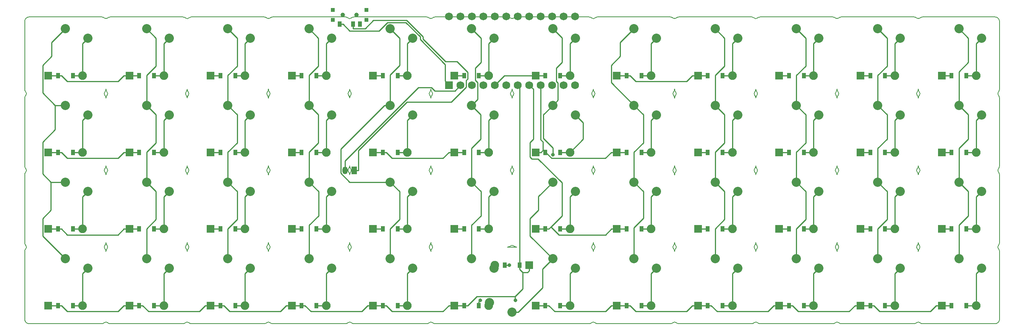
<source format=gbr>
G04 #@! TF.GenerationSoftware,KiCad,Pcbnew,5.1.5+dfsg1-2build2*
G04 #@! TF.CreationDate,2023-07-29T21:16:48+00:00*
G04 #@! TF.ProjectId,planck_routed,706c616e-636b-45f7-926f-757465642e6b,v1.0.0*
G04 #@! TF.SameCoordinates,Original*
G04 #@! TF.FileFunction,Copper,L2,Bot*
G04 #@! TF.FilePolarity,Positive*
%FSLAX46Y46*%
G04 Gerber Fmt 4.6, Leading zero omitted, Abs format (unit mm)*
G04 Created by KiCad (PCBNEW 5.1.5+dfsg1-2build2) date 2023-07-29 21:16:48*
%MOMM*%
%LPD*%
G04 APERTURE LIST*
G04 #@! TA.AperFunction,Profile*
%ADD10C,0.150000*%
G04 #@! TD*
G04 #@! TA.AperFunction,ComponentPad*
%ADD11C,2.032000*%
G04 #@! TD*
G04 #@! TA.AperFunction,SMDPad,CuDef*
%ADD12R,0.900000X1.200000*%
G04 #@! TD*
G04 #@! TA.AperFunction,ComponentPad*
%ADD13R,1.778000X1.778000*%
G04 #@! TD*
G04 #@! TA.AperFunction,ComponentPad*
%ADD14C,1.905000*%
G04 #@! TD*
G04 #@! TA.AperFunction,ComponentPad*
%ADD15R,1.752600X1.752600*%
G04 #@! TD*
G04 #@! TA.AperFunction,ComponentPad*
%ADD16C,1.752600*%
G04 #@! TD*
G04 #@! TA.AperFunction,WasherPad*
%ADD17C,1.000000*%
G04 #@! TD*
G04 #@! TA.AperFunction,SMDPad,CuDef*
%ADD18R,0.900000X1.250000*%
G04 #@! TD*
G04 #@! TA.AperFunction,SMDPad,CuDef*
%ADD19R,0.900000X0.900000*%
G04 #@! TD*
G04 #@! TA.AperFunction,ComponentPad*
%ADD20R,1.200000X1.700000*%
G04 #@! TD*
G04 #@! TA.AperFunction,ComponentPad*
%ADD21O,1.200000X1.700000*%
G04 #@! TD*
G04 #@! TA.AperFunction,ViaPad*
%ADD22C,0.800000*%
G04 #@! TD*
G04 #@! TA.AperFunction,Conductor*
%ADD23C,0.250000*%
G04 #@! TD*
G04 APERTURE END LIST*
D10*
X-8000000Y8500000D02*
X8000000Y8500000D01*
X8666667Y8754644D02*
G75*
G02X8000000Y8500000I-666667J745356D01*
G01*
X8745356Y25166667D02*
G75*
G02X9000000Y24500000I-745356J-666667D01*
G01*
X-9000000Y24500000D02*
G75*
G02X-8745356Y25166667I1000000J0D01*
G01*
X-9000000Y24500000D02*
X-9000000Y9500000D01*
X-8000000Y8500000D02*
G75*
G02X-9000000Y9500000I0J1000000D01*
G01*
X9000000Y26500000D02*
G75*
G02X8745356Y25833333I-1000000J0D01*
G01*
X8745356Y42166667D02*
G75*
G02X9000000Y41500000I-745356J-666667D01*
G01*
X-9000000Y41500000D02*
G75*
G02X-8745356Y42166667I1000000J0D01*
G01*
X-9000000Y41500000D02*
X-9000000Y26500000D01*
X-8745356Y25833333D02*
G75*
G02X-9000000Y26500000I745356J666667D01*
G01*
X9000000Y43500000D02*
G75*
G02X8745356Y42833333I-1000000J0D01*
G01*
X8745356Y59166667D02*
G75*
G02X9000000Y58500000I-745356J-666667D01*
G01*
X-9000000Y58500000D02*
G75*
G02X-8745356Y59166667I1000000J0D01*
G01*
X-9000000Y58500000D02*
X-9000000Y43500000D01*
X-8745356Y42833333D02*
G75*
G02X-9000000Y43500000I745356J666667D01*
G01*
X9000000Y60500000D02*
G75*
G02X8745356Y59833333I-1000000J0D01*
G01*
X8000000Y76500000D02*
G75*
G02X8666667Y76245356I0J-1000000D01*
G01*
X8000000Y76500000D02*
X-8000000Y76500000D01*
X-9000000Y75500000D02*
G75*
G02X-8000000Y76500000I1000000J0D01*
G01*
X-9000000Y75500000D02*
X-9000000Y60500000D01*
X-8745356Y59833333D02*
G75*
G02X-9000000Y60500000I745356J666667D01*
G01*
X10000000Y8500000D02*
X26000000Y8500000D01*
X26666667Y8754644D02*
G75*
G02X26000000Y8500000I-666667J745356D01*
G01*
X26745356Y25166667D02*
G75*
G02X27000000Y24500000I-745356J-666667D01*
G01*
X9000000Y24500000D02*
G75*
G02X9254644Y25166667I1000000J0D01*
G01*
X10000000Y8500000D02*
G75*
G02X9333333Y8754644I0J1000000D01*
G01*
X27000000Y26500000D02*
G75*
G02X26745356Y25833333I-1000000J0D01*
G01*
X26745356Y42166667D02*
G75*
G02X27000000Y41500000I-745356J-666667D01*
G01*
X9000000Y41500000D02*
G75*
G02X9254644Y42166667I1000000J0D01*
G01*
X9254644Y25833333D02*
G75*
G02X9000000Y26500000I745356J666667D01*
G01*
X27000000Y43500000D02*
G75*
G02X26745356Y42833333I-1000000J0D01*
G01*
X26745356Y59166667D02*
G75*
G02X27000000Y58500000I-745356J-666667D01*
G01*
X9000000Y58500000D02*
G75*
G02X9254644Y59166667I1000000J0D01*
G01*
X9254644Y42833333D02*
G75*
G02X9000000Y43500000I745356J666667D01*
G01*
X27000000Y60500000D02*
G75*
G02X26745356Y59833333I-1000000J0D01*
G01*
X26000000Y76500000D02*
G75*
G02X26666667Y76245356I0J-1000000D01*
G01*
X26000000Y76500000D02*
X10000000Y76500000D01*
X9333333Y76245356D02*
G75*
G02X10000000Y76500000I666667J-745356D01*
G01*
X9254644Y59833333D02*
G75*
G02X9000000Y60500000I745356J666667D01*
G01*
X28000000Y8500000D02*
X44000000Y8500000D01*
X44666667Y8754644D02*
G75*
G02X44000000Y8500000I-666667J745356D01*
G01*
X44745356Y25166667D02*
G75*
G02X45000000Y24500000I-745356J-666667D01*
G01*
X27000000Y24500000D02*
G75*
G02X27254644Y25166667I1000000J0D01*
G01*
X28000000Y8500000D02*
G75*
G02X27333333Y8754644I0J1000000D01*
G01*
X45000000Y26500000D02*
G75*
G02X44745356Y25833333I-1000000J0D01*
G01*
X44745356Y42166667D02*
G75*
G02X45000000Y41500000I-745356J-666667D01*
G01*
X27000000Y41500000D02*
G75*
G02X27254644Y42166667I1000000J0D01*
G01*
X27254644Y25833333D02*
G75*
G02X27000000Y26500000I745356J666667D01*
G01*
X45000000Y43500000D02*
G75*
G02X44745356Y42833333I-1000000J0D01*
G01*
X44745356Y59166667D02*
G75*
G02X45000000Y58500000I-745356J-666667D01*
G01*
X27000000Y58500000D02*
G75*
G02X27254644Y59166667I1000000J0D01*
G01*
X27254644Y42833333D02*
G75*
G02X27000000Y43500000I745356J666667D01*
G01*
X45000000Y60500000D02*
G75*
G02X44745356Y59833333I-1000000J0D01*
G01*
X44000000Y76500000D02*
G75*
G02X44666667Y76245356I0J-1000000D01*
G01*
X44000000Y76500000D02*
X28000000Y76500000D01*
X27333333Y76245356D02*
G75*
G02X28000000Y76500000I666667J-745356D01*
G01*
X27254644Y59833333D02*
G75*
G02X27000000Y60500000I745356J666667D01*
G01*
X46000000Y8500000D02*
X62000000Y8500000D01*
X62666667Y8754644D02*
G75*
G02X62000000Y8500000I-666667J745356D01*
G01*
X62745356Y25166667D02*
G75*
G02X63000000Y24500000I-745356J-666667D01*
G01*
X45000000Y24500000D02*
G75*
G02X45254644Y25166667I1000000J0D01*
G01*
X46000000Y8500000D02*
G75*
G02X45333333Y8754644I0J1000000D01*
G01*
X63000000Y26500000D02*
G75*
G02X62745356Y25833333I-1000000J0D01*
G01*
X62745356Y42166667D02*
G75*
G02X63000000Y41500000I-745356J-666667D01*
G01*
X45000000Y41500000D02*
G75*
G02X45254644Y42166667I1000000J0D01*
G01*
X45254644Y25833333D02*
G75*
G02X45000000Y26500000I745356J666667D01*
G01*
X63000000Y43500000D02*
G75*
G02X62745356Y42833333I-1000000J0D01*
G01*
X62745356Y59166667D02*
G75*
G02X63000000Y58500000I-745356J-666667D01*
G01*
X45000000Y58500000D02*
G75*
G02X45254644Y59166667I1000000J0D01*
G01*
X45254644Y42833333D02*
G75*
G02X45000000Y43500000I745356J666667D01*
G01*
X63000000Y60500000D02*
G75*
G02X62745356Y59833333I-1000000J0D01*
G01*
X62000000Y76500000D02*
G75*
G02X62666667Y76245356I0J-1000000D01*
G01*
X62000000Y76500000D02*
X46000000Y76500000D01*
X45333333Y76245356D02*
G75*
G02X46000000Y76500000I666667J-745356D01*
G01*
X45254644Y59833333D02*
G75*
G02X45000000Y60500000I745356J666667D01*
G01*
X64000000Y8500000D02*
X80000000Y8500000D01*
X80666667Y8754644D02*
G75*
G02X80000000Y8500000I-666667J745356D01*
G01*
X80745356Y25166667D02*
G75*
G02X81000000Y24500000I-745356J-666667D01*
G01*
X63000000Y24500000D02*
G75*
G02X63254644Y25166667I1000000J0D01*
G01*
X64000000Y8500000D02*
G75*
G02X63333333Y8754644I0J1000000D01*
G01*
X81000000Y26500000D02*
G75*
G02X80745356Y25833333I-1000000J0D01*
G01*
X80745356Y42166667D02*
G75*
G02X81000000Y41500000I-745356J-666667D01*
G01*
X63000000Y41500000D02*
G75*
G02X63254644Y42166667I1000000J0D01*
G01*
X63254644Y25833333D02*
G75*
G02X63000000Y26500000I745356J666667D01*
G01*
X81000000Y43500000D02*
G75*
G02X80745356Y42833333I-1000000J0D01*
G01*
X80745356Y59166667D02*
G75*
G02X81000000Y58500000I-745356J-666667D01*
G01*
X63000000Y58500000D02*
G75*
G02X63254644Y59166667I1000000J0D01*
G01*
X63254644Y42833333D02*
G75*
G02X63000000Y43500000I745356J666667D01*
G01*
X81000000Y60500000D02*
G75*
G02X80745356Y59833333I-1000000J0D01*
G01*
X80000000Y76500000D02*
G75*
G02X80666667Y76245356I0J-1000000D01*
G01*
X80000000Y76500000D02*
X64000000Y76500000D01*
X63333333Y76245356D02*
G75*
G02X64000000Y76500000I666667J-745356D01*
G01*
X63254644Y59833333D02*
G75*
G02X63000000Y60500000I745356J666667D01*
G01*
X82000000Y8500000D02*
X116000000Y8500000D01*
X81000000Y24500000D02*
G75*
G02X81254644Y25166667I1000000J0D01*
G01*
X82000000Y8500000D02*
G75*
G02X81333333Y8754644I0J1000000D01*
G01*
X98666667Y25754644D02*
G75*
G02X98000000Y25500000I-666667J745356D01*
G01*
X98745356Y42166667D02*
G75*
G02X99000000Y41500000I-745356J-666667D01*
G01*
X81000000Y41500000D02*
G75*
G02X81254644Y42166667I1000000J0D01*
G01*
X81254644Y25833333D02*
G75*
G02X81000000Y26500000I745356J666667D01*
G01*
X99000000Y43500000D02*
G75*
G02X98745356Y42833333I-1000000J0D01*
G01*
X98745356Y59166667D02*
G75*
G02X99000000Y58500000I-745356J-666667D01*
G01*
X81000000Y58500000D02*
G75*
G02X81254644Y59166667I1000000J0D01*
G01*
X81254644Y42833333D02*
G75*
G02X81000000Y43500000I745356J666667D01*
G01*
X99000000Y60500000D02*
G75*
G02X98745356Y59833333I-1000000J0D01*
G01*
X98000000Y76500000D02*
G75*
G02X98666667Y76245356I0J-1000000D01*
G01*
X98000000Y76500000D02*
X82000000Y76500000D01*
X81333333Y76245356D02*
G75*
G02X82000000Y76500000I666667J-745356D01*
G01*
X81254644Y59833333D02*
G75*
G02X81000000Y60500000I745356J666667D01*
G01*
X100000000Y25500000D02*
X98000000Y25500000D01*
X116666667Y8754644D02*
G75*
G02X116000000Y8500000I-666667J745356D01*
G01*
X116745356Y25166667D02*
G75*
G02X117000000Y24500000I-745356J-666667D01*
G01*
X117000000Y26500000D02*
G75*
G02X116745356Y25833333I-1000000J0D01*
G01*
X116745356Y42166667D02*
G75*
G02X117000000Y41500000I-745356J-666667D01*
G01*
X99000000Y41500000D02*
G75*
G02X99254644Y42166667I1000000J0D01*
G01*
X100000000Y25500000D02*
G75*
G02X99333333Y25754644I0J1000000D01*
G01*
X117000000Y43500000D02*
G75*
G02X116745356Y42833333I-1000000J0D01*
G01*
X116745356Y59166667D02*
G75*
G02X117000000Y58500000I-745356J-666667D01*
G01*
X99000000Y58500000D02*
G75*
G02X99254644Y59166667I1000000J0D01*
G01*
X99254644Y42833333D02*
G75*
G02X99000000Y43500000I745356J666667D01*
G01*
X117000000Y60500000D02*
G75*
G02X116745356Y59833333I-1000000J0D01*
G01*
X116000000Y76500000D02*
G75*
G02X116666667Y76245356I0J-1000000D01*
G01*
X116000000Y76500000D02*
X100000000Y76500000D01*
X99333333Y76245356D02*
G75*
G02X100000000Y76500000I666667J-745356D01*
G01*
X99254644Y59833333D02*
G75*
G02X99000000Y60500000I745356J666667D01*
G01*
X118000000Y8500000D02*
X134000000Y8500000D01*
X134666667Y8754644D02*
G75*
G02X134000000Y8500000I-666667J745356D01*
G01*
X134745356Y25166667D02*
G75*
G02X135000000Y24500000I-745356J-666667D01*
G01*
X117000000Y24500000D02*
G75*
G02X117254644Y25166667I1000000J0D01*
G01*
X118000000Y8500000D02*
G75*
G02X117333333Y8754644I0J1000000D01*
G01*
X135000000Y26500000D02*
G75*
G02X134745356Y25833333I-1000000J0D01*
G01*
X134745356Y42166667D02*
G75*
G02X135000000Y41500000I-745356J-666667D01*
G01*
X117000000Y41500000D02*
G75*
G02X117254644Y42166667I1000000J0D01*
G01*
X117254644Y25833333D02*
G75*
G02X117000000Y26500000I745356J666667D01*
G01*
X135000000Y43500000D02*
G75*
G02X134745356Y42833333I-1000000J0D01*
G01*
X134745356Y59166667D02*
G75*
G02X135000000Y58500000I-745356J-666667D01*
G01*
X117000000Y58500000D02*
G75*
G02X117254644Y59166667I1000000J0D01*
G01*
X117254644Y42833333D02*
G75*
G02X117000000Y43500000I745356J666667D01*
G01*
X135000000Y60500000D02*
G75*
G02X134745356Y59833333I-1000000J0D01*
G01*
X134000000Y76500000D02*
G75*
G02X134666667Y76245356I0J-1000000D01*
G01*
X134000000Y76500000D02*
X118000000Y76500000D01*
X117333333Y76245356D02*
G75*
G02X118000000Y76500000I666667J-745356D01*
G01*
X117254644Y59833333D02*
G75*
G02X117000000Y60500000I745356J666667D01*
G01*
X136000000Y8500000D02*
X152000000Y8500000D01*
X152666667Y8754644D02*
G75*
G02X152000000Y8500000I-666667J745356D01*
G01*
X152745356Y25166667D02*
G75*
G02X153000000Y24500000I-745356J-666667D01*
G01*
X135000000Y24500000D02*
G75*
G02X135254644Y25166667I1000000J0D01*
G01*
X136000000Y8500000D02*
G75*
G02X135333333Y8754644I0J1000000D01*
G01*
X153000000Y26500000D02*
G75*
G02X152745356Y25833333I-1000000J0D01*
G01*
X152745356Y42166667D02*
G75*
G02X153000000Y41500000I-745356J-666667D01*
G01*
X135000000Y41500000D02*
G75*
G02X135254644Y42166667I1000000J0D01*
G01*
X135254644Y25833333D02*
G75*
G02X135000000Y26500000I745356J666667D01*
G01*
X153000000Y43500000D02*
G75*
G02X152745356Y42833333I-1000000J0D01*
G01*
X152745356Y59166667D02*
G75*
G02X153000000Y58500000I-745356J-666667D01*
G01*
X135000000Y58500000D02*
G75*
G02X135254644Y59166667I1000000J0D01*
G01*
X135254644Y42833333D02*
G75*
G02X135000000Y43500000I745356J666667D01*
G01*
X153000000Y60500000D02*
G75*
G02X152745356Y59833333I-1000000J0D01*
G01*
X152000000Y76500000D02*
G75*
G02X152666667Y76245356I0J-1000000D01*
G01*
X152000000Y76500000D02*
X136000000Y76500000D01*
X135333333Y76245356D02*
G75*
G02X136000000Y76500000I666667J-745356D01*
G01*
X135254644Y59833333D02*
G75*
G02X135000000Y60500000I745356J666667D01*
G01*
X154000000Y8500000D02*
X170000000Y8500000D01*
X170666667Y8754644D02*
G75*
G02X170000000Y8500000I-666667J745356D01*
G01*
X170745356Y25166667D02*
G75*
G02X171000000Y24500000I-745356J-666667D01*
G01*
X153000000Y24500000D02*
G75*
G02X153254644Y25166667I1000000J0D01*
G01*
X154000000Y8500000D02*
G75*
G02X153333333Y8754644I0J1000000D01*
G01*
X171000000Y26500000D02*
G75*
G02X170745356Y25833333I-1000000J0D01*
G01*
X170745356Y42166667D02*
G75*
G02X171000000Y41500000I-745356J-666667D01*
G01*
X153000000Y41500000D02*
G75*
G02X153254644Y42166667I1000000J0D01*
G01*
X153254644Y25833333D02*
G75*
G02X153000000Y26500000I745356J666667D01*
G01*
X171000000Y43500000D02*
G75*
G02X170745356Y42833333I-1000000J0D01*
G01*
X170745356Y59166667D02*
G75*
G02X171000000Y58500000I-745356J-666667D01*
G01*
X153000000Y58500000D02*
G75*
G02X153254644Y59166667I1000000J0D01*
G01*
X153254644Y42833333D02*
G75*
G02X153000000Y43500000I745356J666667D01*
G01*
X171000000Y60500000D02*
G75*
G02X170745356Y59833333I-1000000J0D01*
G01*
X170000000Y76500000D02*
G75*
G02X170666667Y76245356I0J-1000000D01*
G01*
X170000000Y76500000D02*
X154000000Y76500000D01*
X153333333Y76245356D02*
G75*
G02X154000000Y76500000I666667J-745356D01*
G01*
X153254644Y59833333D02*
G75*
G02X153000000Y60500000I745356J666667D01*
G01*
X172000000Y8500000D02*
X188000000Y8500000D01*
X188666667Y8754644D02*
G75*
G02X188000000Y8500000I-666667J745356D01*
G01*
X188745356Y25166667D02*
G75*
G02X189000000Y24500000I-745356J-666667D01*
G01*
X171000000Y24500000D02*
G75*
G02X171254644Y25166667I1000000J0D01*
G01*
X172000000Y8500000D02*
G75*
G02X171333333Y8754644I0J1000000D01*
G01*
X189000000Y26500000D02*
G75*
G02X188745356Y25833333I-1000000J0D01*
G01*
X188745356Y42166667D02*
G75*
G02X189000000Y41500000I-745356J-666667D01*
G01*
X171000000Y41500000D02*
G75*
G02X171254644Y42166667I1000000J0D01*
G01*
X171254644Y25833333D02*
G75*
G02X171000000Y26500000I745356J666667D01*
G01*
X189000000Y43500000D02*
G75*
G02X188745356Y42833333I-1000000J0D01*
G01*
X188745356Y59166667D02*
G75*
G02X189000000Y58500000I-745356J-666667D01*
G01*
X171000000Y58500000D02*
G75*
G02X171254644Y59166667I1000000J0D01*
G01*
X171254644Y42833333D02*
G75*
G02X171000000Y43500000I745356J666667D01*
G01*
X189000000Y60500000D02*
G75*
G02X188745356Y59833333I-1000000J0D01*
G01*
X188000000Y76500000D02*
G75*
G02X188666667Y76245356I0J-1000000D01*
G01*
X188000000Y76500000D02*
X172000000Y76500000D01*
X171333333Y76245356D02*
G75*
G02X172000000Y76500000I666667J-745356D01*
G01*
X171254644Y59833333D02*
G75*
G02X171000000Y60500000I745356J666667D01*
G01*
X190000000Y8500000D02*
X206000000Y8500000D01*
X207000000Y9500000D02*
G75*
G02X206000000Y8500000I-1000000J0D01*
G01*
X207000000Y9500000D02*
X207000000Y24500000D01*
X206745356Y25166667D02*
G75*
G02X207000000Y24500000I-745356J-666667D01*
G01*
X189000000Y24500000D02*
G75*
G02X189254644Y25166667I1000000J0D01*
G01*
X190000000Y8500000D02*
G75*
G02X189333333Y8754644I0J1000000D01*
G01*
X207000000Y26500000D02*
G75*
G02X206745356Y25833333I-1000000J0D01*
G01*
X207000000Y26500000D02*
X207000000Y41500000D01*
X206745356Y42166667D02*
G75*
G02X207000000Y41500000I-745356J-666667D01*
G01*
X189000000Y41500000D02*
G75*
G02X189254644Y42166667I1000000J0D01*
G01*
X189254644Y25833333D02*
G75*
G02X189000000Y26500000I745356J666667D01*
G01*
X207000000Y43500000D02*
G75*
G02X206745356Y42833333I-1000000J0D01*
G01*
X207000000Y43500000D02*
X207000000Y58500000D01*
X206745356Y59166667D02*
G75*
G02X207000000Y58500000I-745356J-666667D01*
G01*
X189000000Y58500000D02*
G75*
G02X189254644Y59166667I1000000J0D01*
G01*
X189254644Y42833333D02*
G75*
G02X189000000Y43500000I745356J666667D01*
G01*
X207000000Y60500000D02*
G75*
G02X206745356Y59833333I-1000000J0D01*
G01*
X207000000Y60500000D02*
X207000000Y75500000D01*
X206000000Y76500000D02*
G75*
G02X207000000Y75500000I0J-1000000D01*
G01*
X206000000Y76500000D02*
X190000000Y76500000D01*
X189333333Y76245356D02*
G75*
G02X190000000Y76500000I666667J-745356D01*
G01*
X189254644Y59833333D02*
G75*
G02X189000000Y60500000I745356J666667D01*
G01*
X8666666Y8754644D02*
G75*
G02X9333333Y8754644I333334J-372678D01*
G01*
X26666666Y8754644D02*
G75*
G02X27333333Y8754644I333334J-372678D01*
G01*
X44666666Y8754644D02*
G75*
G02X45333333Y8754644I333334J-372678D01*
G01*
X62666666Y8754644D02*
G75*
G02X63333333Y8754644I333334J-372678D01*
G01*
X80666666Y8754644D02*
G75*
G02X81333333Y8754644I333334J-372678D01*
G01*
X116666666Y8754644D02*
G75*
G02X117333333Y8754644I333334J-372678D01*
G01*
X134666666Y8754644D02*
G75*
G02X135333333Y8754644I333334J-372678D01*
G01*
X152666666Y8754644D02*
G75*
G02X153333333Y8754644I333334J-372678D01*
G01*
X170666666Y8754644D02*
G75*
G02X171333333Y8754644I333334J-372678D01*
G01*
X188666666Y8754644D02*
G75*
G02X189333333Y8754644I333334J-372678D01*
G01*
X206745356Y25166666D02*
G75*
G02X206745356Y25833333I372678J333334D01*
G01*
X206745356Y42166666D02*
G75*
G02X206745356Y42833333I372678J333334D01*
G01*
X206745356Y59166666D02*
G75*
G02X206745356Y59833333I372678J333334D01*
G01*
X189333334Y76245356D02*
G75*
G02X188666667Y76245356I-333334J372678D01*
G01*
X171333334Y76245356D02*
G75*
G02X170666667Y76245356I-333334J372678D01*
G01*
X153333334Y76245356D02*
G75*
G02X152666667Y76245356I-333334J372678D01*
G01*
X135333334Y76245356D02*
G75*
G02X134666667Y76245356I-333334J372678D01*
G01*
X117333334Y76245356D02*
G75*
G02X116666667Y76245356I-333334J372678D01*
G01*
X99333334Y76245356D02*
G75*
G02X98666667Y76245356I-333334J372678D01*
G01*
X81333334Y76245356D02*
G75*
G02X80666667Y76245356I-333334J372678D01*
G01*
X63333334Y76245356D02*
G75*
G02X62666667Y76245356I-333334J372678D01*
G01*
X45333334Y76245356D02*
G75*
G02X44666667Y76245356I-333334J372678D01*
G01*
X27333334Y76245356D02*
G75*
G02X26666667Y76245356I-333334J372678D01*
G01*
X9333334Y76245356D02*
G75*
G02X8666667Y76245356I-333334J372678D01*
G01*
X-8745356Y59833334D02*
G75*
G02X-8745356Y59166667I-372678J-333334D01*
G01*
X-8745356Y42833334D02*
G75*
G02X-8745356Y42166667I-372678J-333334D01*
G01*
X-8745356Y25833334D02*
G75*
G02X-8745356Y25166667I-372678J-333334D01*
G01*
X8745356Y25166666D02*
G75*
G02X8745356Y25833333I372678J333334D01*
G01*
X9254644Y25833334D02*
G75*
G02X9254644Y25166667I-372678J-333334D01*
G01*
X8745356Y42166666D02*
G75*
G02X8745356Y42833333I372678J333334D01*
G01*
X9254644Y42833334D02*
G75*
G02X9254644Y42166667I-372678J-333334D01*
G01*
X8745356Y59166666D02*
G75*
G02X8745356Y59833333I372678J333334D01*
G01*
X9254644Y59833334D02*
G75*
G02X9254644Y59166667I-372678J-333334D01*
G01*
X26745356Y25166666D02*
G75*
G02X26745356Y25833333I372678J333334D01*
G01*
X27254644Y25833334D02*
G75*
G02X27254644Y25166667I-372678J-333334D01*
G01*
X26745356Y42166666D02*
G75*
G02X26745356Y42833333I372678J333334D01*
G01*
X27254644Y42833334D02*
G75*
G02X27254644Y42166667I-372678J-333334D01*
G01*
X26745356Y59166666D02*
G75*
G02X26745356Y59833333I372678J333334D01*
G01*
X27254644Y59833334D02*
G75*
G02X27254644Y59166667I-372678J-333334D01*
G01*
X44745356Y25166666D02*
G75*
G02X44745356Y25833333I372678J333334D01*
G01*
X45254644Y25833334D02*
G75*
G02X45254644Y25166667I-372678J-333334D01*
G01*
X44745356Y42166666D02*
G75*
G02X44745356Y42833333I372678J333334D01*
G01*
X45254644Y42833334D02*
G75*
G02X45254644Y42166667I-372678J-333334D01*
G01*
X44745356Y59166666D02*
G75*
G02X44745356Y59833333I372678J333334D01*
G01*
X45254644Y59833334D02*
G75*
G02X45254644Y59166667I-372678J-333334D01*
G01*
X62745356Y25166666D02*
G75*
G02X62745356Y25833333I372678J333334D01*
G01*
X63254644Y25833334D02*
G75*
G02X63254644Y25166667I-372678J-333334D01*
G01*
X62745356Y42166666D02*
G75*
G02X62745356Y42833333I372678J333334D01*
G01*
X63254644Y42833334D02*
G75*
G02X63254644Y42166667I-372678J-333334D01*
G01*
X62745356Y59166666D02*
G75*
G02X62745356Y59833333I372678J333334D01*
G01*
X63254644Y59833334D02*
G75*
G02X63254644Y59166667I-372678J-333334D01*
G01*
X80745356Y25166666D02*
G75*
G02X80745356Y25833333I372678J333334D01*
G01*
X81254644Y25833334D02*
G75*
G02X81254644Y25166667I-372678J-333334D01*
G01*
X80745356Y42166666D02*
G75*
G02X80745356Y42833333I372678J333334D01*
G01*
X81254644Y42833334D02*
G75*
G02X81254644Y42166667I-372678J-333334D01*
G01*
X80745356Y59166666D02*
G75*
G02X80745356Y59833333I372678J333334D01*
G01*
X81254644Y59833334D02*
G75*
G02X81254644Y59166667I-372678J-333334D01*
G01*
X98745356Y42166666D02*
G75*
G02X98745356Y42833333I372678J333334D01*
G01*
X99254644Y42833334D02*
G75*
G02X99254644Y42166667I-372678J-333334D01*
G01*
X98745356Y59166666D02*
G75*
G02X98745356Y59833333I372678J333334D01*
G01*
X99254644Y59833334D02*
G75*
G02X99254644Y59166667I-372678J-333334D01*
G01*
X116745356Y25166666D02*
G75*
G02X116745356Y25833333I372678J333334D01*
G01*
X117254644Y25833334D02*
G75*
G02X117254644Y25166667I-372678J-333334D01*
G01*
X116745356Y42166666D02*
G75*
G02X116745356Y42833333I372678J333334D01*
G01*
X117254644Y42833334D02*
G75*
G02X117254644Y42166667I-372678J-333334D01*
G01*
X116745356Y59166666D02*
G75*
G02X116745356Y59833333I372678J333334D01*
G01*
X117254644Y59833334D02*
G75*
G02X117254644Y59166667I-372678J-333334D01*
G01*
X134745356Y25166666D02*
G75*
G02X134745356Y25833333I372678J333334D01*
G01*
X135254644Y25833334D02*
G75*
G02X135254644Y25166667I-372678J-333334D01*
G01*
X134745356Y42166666D02*
G75*
G02X134745356Y42833333I372678J333334D01*
G01*
X135254644Y42833334D02*
G75*
G02X135254644Y42166667I-372678J-333334D01*
G01*
X134745356Y59166666D02*
G75*
G02X134745356Y59833333I372678J333334D01*
G01*
X135254644Y59833334D02*
G75*
G02X135254644Y59166667I-372678J-333334D01*
G01*
X152745356Y25166666D02*
G75*
G02X152745356Y25833333I372678J333334D01*
G01*
X153254644Y25833334D02*
G75*
G02X153254644Y25166667I-372678J-333334D01*
G01*
X152745356Y42166666D02*
G75*
G02X152745356Y42833333I372678J333334D01*
G01*
X153254644Y42833334D02*
G75*
G02X153254644Y42166667I-372678J-333334D01*
G01*
X152745356Y59166666D02*
G75*
G02X152745356Y59833333I372678J333334D01*
G01*
X153254644Y59833334D02*
G75*
G02X153254644Y59166667I-372678J-333334D01*
G01*
X170745356Y25166666D02*
G75*
G02X170745356Y25833333I372678J333334D01*
G01*
X171254644Y25833334D02*
G75*
G02X171254644Y25166667I-372678J-333334D01*
G01*
X170745356Y42166666D02*
G75*
G02X170745356Y42833333I372678J333334D01*
G01*
X171254644Y42833334D02*
G75*
G02X171254644Y42166667I-372678J-333334D01*
G01*
X170745356Y59166666D02*
G75*
G02X170745356Y59833333I372678J333334D01*
G01*
X171254644Y59833334D02*
G75*
G02X171254644Y59166667I-372678J-333334D01*
G01*
X188745356Y25166666D02*
G75*
G02X188745356Y25833333I372678J333334D01*
G01*
X189254644Y25833334D02*
G75*
G02X189254644Y25166667I-372678J-333334D01*
G01*
X188745356Y42166666D02*
G75*
G02X188745356Y42833333I372678J333334D01*
G01*
X189254644Y42833334D02*
G75*
G02X189254644Y42166667I-372678J-333334D01*
G01*
X188745356Y59166666D02*
G75*
G02X188745356Y59833333I372678J333334D01*
G01*
X189254644Y59833334D02*
G75*
G02X189254644Y59166667I-372678J-333334D01*
G01*
X98666666Y25754644D02*
G75*
G02X99333333Y25754644I333334J-372678D01*
G01*
D11*
G04 #@! TO.P,S1,1*
G04 #@! TO.N,one_modrow*
X5000000Y20800000D03*
G04 #@! TO.P,S1,2*
G04 #@! TO.N,P1*
X0Y22900000D03*
G04 #@! TD*
G04 #@! TO.P,S2,1*
G04 #@! TO.N,one_bottom*
X5000000Y37800000D03*
G04 #@! TO.P,S2,2*
G04 #@! TO.N,P1*
X0Y39900000D03*
G04 #@! TD*
G04 #@! TO.P,S3,1*
G04 #@! TO.N,one_home*
X5000000Y54800000D03*
G04 #@! TO.P,S3,2*
G04 #@! TO.N,P1*
X0Y56900000D03*
G04 #@! TD*
G04 #@! TO.P,S4,1*
G04 #@! TO.N,one_top*
X5000000Y71800000D03*
G04 #@! TO.P,S4,2*
G04 #@! TO.N,P1*
X0Y73900000D03*
G04 #@! TD*
G04 #@! TO.P,S5,1*
G04 #@! TO.N,two_modrow*
X23000000Y20800000D03*
G04 #@! TO.P,S5,2*
G04 #@! TO.N,P0*
X18000000Y22900000D03*
G04 #@! TD*
G04 #@! TO.P,S6,1*
G04 #@! TO.N,two_bottom*
X23000000Y37800000D03*
G04 #@! TO.P,S6,2*
G04 #@! TO.N,P0*
X18000000Y39900000D03*
G04 #@! TD*
G04 #@! TO.P,S7,1*
G04 #@! TO.N,two_home*
X23000000Y54800000D03*
G04 #@! TO.P,S7,2*
G04 #@! TO.N,P0*
X18000000Y56900000D03*
G04 #@! TD*
G04 #@! TO.P,S8,1*
G04 #@! TO.N,two_top*
X23000000Y71800000D03*
G04 #@! TO.P,S8,2*
G04 #@! TO.N,P0*
X18000000Y73900000D03*
G04 #@! TD*
G04 #@! TO.P,S9,1*
G04 #@! TO.N,three_modrow*
X41000000Y20800000D03*
G04 #@! TO.P,S9,2*
G04 #@! TO.N,P14*
X36000000Y22900000D03*
G04 #@! TD*
G04 #@! TO.P,S10,1*
G04 #@! TO.N,three_bottom*
X41000000Y37800000D03*
G04 #@! TO.P,S10,2*
G04 #@! TO.N,P14*
X36000000Y39900000D03*
G04 #@! TD*
G04 #@! TO.P,S11,1*
G04 #@! TO.N,three_home*
X41000000Y54800000D03*
G04 #@! TO.P,S11,2*
G04 #@! TO.N,P14*
X36000000Y56900000D03*
G04 #@! TD*
G04 #@! TO.P,S12,1*
G04 #@! TO.N,three_top*
X41000000Y71800000D03*
G04 #@! TO.P,S12,2*
G04 #@! TO.N,P14*
X36000000Y73900000D03*
G04 #@! TD*
G04 #@! TO.P,S13,1*
G04 #@! TO.N,four_modrow*
X59000000Y20800000D03*
G04 #@! TO.P,S13,2*
G04 #@! TO.N,P20*
X54000000Y22900000D03*
G04 #@! TD*
G04 #@! TO.P,S14,1*
G04 #@! TO.N,four_bottom*
X59000000Y37800000D03*
G04 #@! TO.P,S14,2*
G04 #@! TO.N,P20*
X54000000Y39900000D03*
G04 #@! TD*
G04 #@! TO.P,S15,1*
G04 #@! TO.N,four_home*
X59000000Y54800000D03*
G04 #@! TO.P,S15,2*
G04 #@! TO.N,P20*
X54000000Y56900000D03*
G04 #@! TD*
G04 #@! TO.P,S16,1*
G04 #@! TO.N,four_top*
X59000000Y71800000D03*
G04 #@! TO.P,S16,2*
G04 #@! TO.N,P20*
X54000000Y73900000D03*
G04 #@! TD*
G04 #@! TO.P,S17,1*
G04 #@! TO.N,five_modrow*
X77000000Y20800000D03*
G04 #@! TO.P,S17,2*
G04 #@! TO.N,P2*
X72000000Y22900000D03*
G04 #@! TD*
G04 #@! TO.P,S18,1*
G04 #@! TO.N,five_bottom*
X77000000Y37800000D03*
G04 #@! TO.P,S18,2*
G04 #@! TO.N,P2*
X72000000Y39900000D03*
G04 #@! TD*
G04 #@! TO.P,S19,1*
G04 #@! TO.N,five_home*
X77000000Y54800000D03*
G04 #@! TO.P,S19,2*
G04 #@! TO.N,P2*
X72000000Y56900000D03*
G04 #@! TD*
G04 #@! TO.P,S20,1*
G04 #@! TO.N,five_top*
X77000000Y71800000D03*
G04 #@! TO.P,S20,2*
G04 #@! TO.N,P2*
X72000000Y73900000D03*
G04 #@! TD*
G04 #@! TO.P,S21,1*
G04 #@! TO.N,six_modrow*
X95000000Y20800000D03*
G04 #@! TO.P,S21,2*
G04 #@! TO.N,P3*
X90000000Y22900000D03*
G04 #@! TD*
G04 #@! TO.P,S22,1*
G04 #@! TO.N,six_bottom*
X95000000Y37800000D03*
G04 #@! TO.P,S22,2*
G04 #@! TO.N,P3*
X90000000Y39900000D03*
G04 #@! TD*
G04 #@! TO.P,S23,1*
G04 #@! TO.N,six_home*
X95000000Y54800000D03*
G04 #@! TO.P,S23,2*
G04 #@! TO.N,P3*
X90000000Y56900000D03*
G04 #@! TD*
G04 #@! TO.P,S24,1*
G04 #@! TO.N,six_top*
X95000000Y71800000D03*
G04 #@! TO.P,S24,2*
G04 #@! TO.N,P3*
X90000000Y73900000D03*
G04 #@! TD*
G04 #@! TO.P,S25,1*
G04 #@! TO.N,seven_2uspacebar*
X94000000Y13200000D03*
G04 #@! TO.P,S25,2*
G04 #@! TO.N,P4*
X99000000Y11100000D03*
G04 #@! TD*
G04 #@! TO.P,S26,1*
G04 #@! TO.N,seven_modrow*
X113000000Y20800000D03*
G04 #@! TO.P,S26,2*
G04 #@! TO.N,P4*
X108000000Y22900000D03*
G04 #@! TD*
G04 #@! TO.P,S27,1*
G04 #@! TO.N,seven_bottom*
X113000000Y37800000D03*
G04 #@! TO.P,S27,2*
G04 #@! TO.N,P4*
X108000000Y39900000D03*
G04 #@! TD*
G04 #@! TO.P,S28,1*
G04 #@! TO.N,seven_home*
X113000000Y54800000D03*
G04 #@! TO.P,S28,2*
G04 #@! TO.N,P4*
X108000000Y56900000D03*
G04 #@! TD*
G04 #@! TO.P,S29,1*
G04 #@! TO.N,seven_top*
X113000000Y71800000D03*
G04 #@! TO.P,S29,2*
G04 #@! TO.N,P4*
X108000000Y73900000D03*
G04 #@! TD*
G04 #@! TO.P,S30,1*
G04 #@! TO.N,eight_modrow*
X131000000Y20800000D03*
G04 #@! TO.P,S30,2*
G04 #@! TO.N,P5*
X126000000Y22900000D03*
G04 #@! TD*
G04 #@! TO.P,S31,1*
G04 #@! TO.N,eight_bottom*
X131000000Y37800000D03*
G04 #@! TO.P,S31,2*
G04 #@! TO.N,P5*
X126000000Y39900000D03*
G04 #@! TD*
G04 #@! TO.P,S32,1*
G04 #@! TO.N,eight_home*
X131000000Y54800000D03*
G04 #@! TO.P,S32,2*
G04 #@! TO.N,P5*
X126000000Y56900000D03*
G04 #@! TD*
G04 #@! TO.P,S33,1*
G04 #@! TO.N,eight_top*
X131000000Y71800000D03*
G04 #@! TO.P,S33,2*
G04 #@! TO.N,P5*
X126000000Y73900000D03*
G04 #@! TD*
G04 #@! TO.P,S34,1*
G04 #@! TO.N,nine_modrow*
X149000000Y20800000D03*
G04 #@! TO.P,S34,2*
G04 #@! TO.N,P6*
X144000000Y22900000D03*
G04 #@! TD*
G04 #@! TO.P,S35,1*
G04 #@! TO.N,nine_bottom*
X149000000Y37800000D03*
G04 #@! TO.P,S35,2*
G04 #@! TO.N,P6*
X144000000Y39900000D03*
G04 #@! TD*
G04 #@! TO.P,S36,1*
G04 #@! TO.N,nine_home*
X149000000Y54800000D03*
G04 #@! TO.P,S36,2*
G04 #@! TO.N,P6*
X144000000Y56900000D03*
G04 #@! TD*
G04 #@! TO.P,S37,1*
G04 #@! TO.N,nine_top*
X149000000Y71800000D03*
G04 #@! TO.P,S37,2*
G04 #@! TO.N,P6*
X144000000Y73900000D03*
G04 #@! TD*
G04 #@! TO.P,S38,1*
G04 #@! TO.N,ten_modrow*
X167000000Y20800000D03*
G04 #@! TO.P,S38,2*
G04 #@! TO.N,P7*
X162000000Y22900000D03*
G04 #@! TD*
G04 #@! TO.P,S39,1*
G04 #@! TO.N,ten_bottom*
X167000000Y37800000D03*
G04 #@! TO.P,S39,2*
G04 #@! TO.N,P7*
X162000000Y39900000D03*
G04 #@! TD*
G04 #@! TO.P,S40,1*
G04 #@! TO.N,ten_home*
X167000000Y54800000D03*
G04 #@! TO.P,S40,2*
G04 #@! TO.N,P7*
X162000000Y56900000D03*
G04 #@! TD*
G04 #@! TO.P,S41,1*
G04 #@! TO.N,ten_top*
X167000000Y71800000D03*
G04 #@! TO.P,S41,2*
G04 #@! TO.N,P7*
X162000000Y73900000D03*
G04 #@! TD*
G04 #@! TO.P,S42,1*
G04 #@! TO.N,eleven_modrow*
X185000000Y20800000D03*
G04 #@! TO.P,S42,2*
G04 #@! TO.N,P8*
X180000000Y22900000D03*
G04 #@! TD*
G04 #@! TO.P,S43,1*
G04 #@! TO.N,eleven_bottom*
X185000000Y37800000D03*
G04 #@! TO.P,S43,2*
G04 #@! TO.N,P8*
X180000000Y39900000D03*
G04 #@! TD*
G04 #@! TO.P,S44,1*
G04 #@! TO.N,eleven_home*
X185000000Y54800000D03*
G04 #@! TO.P,S44,2*
G04 #@! TO.N,P8*
X180000000Y56900000D03*
G04 #@! TD*
G04 #@! TO.P,S45,1*
G04 #@! TO.N,eleven_top*
X185000000Y71800000D03*
G04 #@! TO.P,S45,2*
G04 #@! TO.N,P8*
X180000000Y73900000D03*
G04 #@! TD*
G04 #@! TO.P,S46,1*
G04 #@! TO.N,twelve_modrow*
X203000000Y20800000D03*
G04 #@! TO.P,S46,2*
G04 #@! TO.N,P9*
X198000000Y22900000D03*
G04 #@! TD*
G04 #@! TO.P,S47,1*
G04 #@! TO.N,twelve_bottom*
X203000000Y37800000D03*
G04 #@! TO.P,S47,2*
G04 #@! TO.N,P9*
X198000000Y39900000D03*
G04 #@! TD*
G04 #@! TO.P,S48,1*
G04 #@! TO.N,twelve_home*
X203000000Y54800000D03*
G04 #@! TO.P,S48,2*
G04 #@! TO.N,P9*
X198000000Y56900000D03*
G04 #@! TD*
G04 #@! TO.P,S49,1*
G04 #@! TO.N,twelve_top*
X203000000Y71800000D03*
G04 #@! TO.P,S49,2*
G04 #@! TO.N,P9*
X198000000Y73900000D03*
G04 #@! TD*
D12*
G04 #@! TO.P,D1,2*
G04 #@! TO.N,one_modrow*
X1650000Y12500000D03*
G04 #@! TO.P,D1,1*
G04 #@! TO.N,P19*
X-1650000Y12500000D03*
D13*
X-3810000Y12500000D03*
D14*
G04 #@! TO.P,D1,2*
G04 #@! TO.N,one_modrow*
X3810000Y12500000D03*
G04 #@! TD*
D12*
G04 #@! TO.P,D2,2*
G04 #@! TO.N,one_bottom*
X1650000Y29500000D03*
G04 #@! TO.P,D2,1*
G04 #@! TO.N,P18*
X-1650000Y29500000D03*
D13*
X-3810000Y29500000D03*
D14*
G04 #@! TO.P,D2,2*
G04 #@! TO.N,one_bottom*
X3810000Y29500000D03*
G04 #@! TD*
D12*
G04 #@! TO.P,D3,2*
G04 #@! TO.N,one_home*
X1650000Y46500000D03*
G04 #@! TO.P,D3,1*
G04 #@! TO.N,P15*
X-1650000Y46500000D03*
D13*
X-3810000Y46500000D03*
D14*
G04 #@! TO.P,D3,2*
G04 #@! TO.N,one_home*
X3810000Y46500000D03*
G04 #@! TD*
D12*
G04 #@! TO.P,D4,2*
G04 #@! TO.N,one_top*
X1650000Y63500000D03*
G04 #@! TO.P,D4,1*
G04 #@! TO.N,P21*
X-1650000Y63500000D03*
D13*
X-3810000Y63500000D03*
D14*
G04 #@! TO.P,D4,2*
G04 #@! TO.N,one_top*
X3810000Y63500000D03*
G04 #@! TD*
D12*
G04 #@! TO.P,D5,2*
G04 #@! TO.N,two_modrow*
X19650000Y12500000D03*
G04 #@! TO.P,D5,1*
G04 #@! TO.N,P19*
X16350000Y12500000D03*
D13*
X14190000Y12500000D03*
D14*
G04 #@! TO.P,D5,2*
G04 #@! TO.N,two_modrow*
X21810000Y12500000D03*
G04 #@! TD*
D12*
G04 #@! TO.P,D6,2*
G04 #@! TO.N,two_bottom*
X19650000Y29500000D03*
G04 #@! TO.P,D6,1*
G04 #@! TO.N,P18*
X16350000Y29500000D03*
D13*
X14190000Y29500000D03*
D14*
G04 #@! TO.P,D6,2*
G04 #@! TO.N,two_bottom*
X21810000Y29500000D03*
G04 #@! TD*
D12*
G04 #@! TO.P,D7,2*
G04 #@! TO.N,two_home*
X19650000Y46500000D03*
G04 #@! TO.P,D7,1*
G04 #@! TO.N,P15*
X16350000Y46500000D03*
D13*
X14190000Y46500000D03*
D14*
G04 #@! TO.P,D7,2*
G04 #@! TO.N,two_home*
X21810000Y46500000D03*
G04 #@! TD*
D12*
G04 #@! TO.P,D8,2*
G04 #@! TO.N,two_top*
X19650000Y63500000D03*
G04 #@! TO.P,D8,1*
G04 #@! TO.N,P21*
X16350000Y63500000D03*
D13*
X14190000Y63500000D03*
D14*
G04 #@! TO.P,D8,2*
G04 #@! TO.N,two_top*
X21810000Y63500000D03*
G04 #@! TD*
D12*
G04 #@! TO.P,D9,2*
G04 #@! TO.N,three_modrow*
X37650000Y12500000D03*
G04 #@! TO.P,D9,1*
G04 #@! TO.N,P19*
X34350000Y12500000D03*
D13*
X32190000Y12500000D03*
D14*
G04 #@! TO.P,D9,2*
G04 #@! TO.N,three_modrow*
X39810000Y12500000D03*
G04 #@! TD*
D12*
G04 #@! TO.P,D10,2*
G04 #@! TO.N,three_bottom*
X37650000Y29500000D03*
G04 #@! TO.P,D10,1*
G04 #@! TO.N,P18*
X34350000Y29500000D03*
D13*
X32190000Y29500000D03*
D14*
G04 #@! TO.P,D10,2*
G04 #@! TO.N,three_bottom*
X39810000Y29500000D03*
G04 #@! TD*
D12*
G04 #@! TO.P,D11,2*
G04 #@! TO.N,three_home*
X37650000Y46500000D03*
G04 #@! TO.P,D11,1*
G04 #@! TO.N,P15*
X34350000Y46500000D03*
D13*
X32190000Y46500000D03*
D14*
G04 #@! TO.P,D11,2*
G04 #@! TO.N,three_home*
X39810000Y46500000D03*
G04 #@! TD*
D12*
G04 #@! TO.P,D12,2*
G04 #@! TO.N,three_top*
X37650000Y63500000D03*
G04 #@! TO.P,D12,1*
G04 #@! TO.N,P21*
X34350000Y63500000D03*
D13*
X32190000Y63500000D03*
D14*
G04 #@! TO.P,D12,2*
G04 #@! TO.N,three_top*
X39810000Y63500000D03*
G04 #@! TD*
D12*
G04 #@! TO.P,D13,2*
G04 #@! TO.N,four_modrow*
X55650000Y12500000D03*
G04 #@! TO.P,D13,1*
G04 #@! TO.N,P19*
X52350000Y12500000D03*
D13*
X50190000Y12500000D03*
D14*
G04 #@! TO.P,D13,2*
G04 #@! TO.N,four_modrow*
X57810000Y12500000D03*
G04 #@! TD*
D12*
G04 #@! TO.P,D14,2*
G04 #@! TO.N,four_bottom*
X55650000Y29500000D03*
G04 #@! TO.P,D14,1*
G04 #@! TO.N,P18*
X52350000Y29500000D03*
D13*
X50190000Y29500000D03*
D14*
G04 #@! TO.P,D14,2*
G04 #@! TO.N,four_bottom*
X57810000Y29500000D03*
G04 #@! TD*
D12*
G04 #@! TO.P,D15,2*
G04 #@! TO.N,four_home*
X55650000Y46500000D03*
G04 #@! TO.P,D15,1*
G04 #@! TO.N,P15*
X52350000Y46500000D03*
D13*
X50190000Y46500000D03*
D14*
G04 #@! TO.P,D15,2*
G04 #@! TO.N,four_home*
X57810000Y46500000D03*
G04 #@! TD*
D12*
G04 #@! TO.P,D16,2*
G04 #@! TO.N,four_top*
X55650000Y63500000D03*
G04 #@! TO.P,D16,1*
G04 #@! TO.N,P21*
X52350000Y63500000D03*
D13*
X50190000Y63500000D03*
D14*
G04 #@! TO.P,D16,2*
G04 #@! TO.N,four_top*
X57810000Y63500000D03*
G04 #@! TD*
D12*
G04 #@! TO.P,D17,2*
G04 #@! TO.N,five_modrow*
X73650000Y12500000D03*
G04 #@! TO.P,D17,1*
G04 #@! TO.N,P19*
X70350000Y12500000D03*
D13*
X68190000Y12500000D03*
D14*
G04 #@! TO.P,D17,2*
G04 #@! TO.N,five_modrow*
X75810000Y12500000D03*
G04 #@! TD*
D12*
G04 #@! TO.P,D18,2*
G04 #@! TO.N,five_bottom*
X73650000Y29500000D03*
G04 #@! TO.P,D18,1*
G04 #@! TO.N,P18*
X70350000Y29500000D03*
D13*
X68190000Y29500000D03*
D14*
G04 #@! TO.P,D18,2*
G04 #@! TO.N,five_bottom*
X75810000Y29500000D03*
G04 #@! TD*
D12*
G04 #@! TO.P,D19,2*
G04 #@! TO.N,five_home*
X73650000Y46500000D03*
G04 #@! TO.P,D19,1*
G04 #@! TO.N,P15*
X70350000Y46500000D03*
D13*
X68190000Y46500000D03*
D14*
G04 #@! TO.P,D19,2*
G04 #@! TO.N,five_home*
X75810000Y46500000D03*
G04 #@! TD*
D12*
G04 #@! TO.P,D20,2*
G04 #@! TO.N,five_top*
X73650000Y63500000D03*
G04 #@! TO.P,D20,1*
G04 #@! TO.N,P21*
X70350000Y63500000D03*
D13*
X68190000Y63500000D03*
D14*
G04 #@! TO.P,D20,2*
G04 #@! TO.N,five_top*
X75810000Y63500000D03*
G04 #@! TD*
D12*
G04 #@! TO.P,D21,2*
G04 #@! TO.N,six_modrow*
X91650000Y12500000D03*
G04 #@! TO.P,D21,1*
G04 #@! TO.N,P19*
X88350000Y12500000D03*
D13*
X86190000Y12500000D03*
D14*
G04 #@! TO.P,D21,2*
G04 #@! TO.N,six_modrow*
X93810000Y12500000D03*
G04 #@! TD*
D12*
G04 #@! TO.P,D22,2*
G04 #@! TO.N,six_bottom*
X91650000Y29500000D03*
G04 #@! TO.P,D22,1*
G04 #@! TO.N,P18*
X88350000Y29500000D03*
D13*
X86190000Y29500000D03*
D14*
G04 #@! TO.P,D22,2*
G04 #@! TO.N,six_bottom*
X93810000Y29500000D03*
G04 #@! TD*
D12*
G04 #@! TO.P,D23,2*
G04 #@! TO.N,six_home*
X91650000Y46500000D03*
G04 #@! TO.P,D23,1*
G04 #@! TO.N,P15*
X88350000Y46500000D03*
D13*
X86190000Y46500000D03*
D14*
G04 #@! TO.P,D23,2*
G04 #@! TO.N,six_home*
X93810000Y46500000D03*
G04 #@! TD*
D12*
G04 #@! TO.P,D24,2*
G04 #@! TO.N,six_top*
X91650000Y63500000D03*
G04 #@! TO.P,D24,1*
G04 #@! TO.N,P21*
X88350000Y63500000D03*
D13*
X86190000Y63500000D03*
D14*
G04 #@! TO.P,D24,2*
G04 #@! TO.N,six_top*
X93810000Y63500000D03*
G04 #@! TD*
D12*
G04 #@! TO.P,D25,2*
G04 #@! TO.N,seven_2uspacebar*
X97350000Y21500000D03*
G04 #@! TO.P,D25,1*
G04 #@! TO.N,P19*
X100650000Y21500000D03*
D13*
X102810000Y21500000D03*
D14*
G04 #@! TO.P,D25,2*
G04 #@! TO.N,seven_2uspacebar*
X95190000Y21500000D03*
G04 #@! TD*
D12*
G04 #@! TO.P,D26,2*
G04 #@! TO.N,seven_modrow*
X109650000Y12500000D03*
G04 #@! TO.P,D26,1*
G04 #@! TO.N,P19*
X106350000Y12500000D03*
D13*
X104190000Y12500000D03*
D14*
G04 #@! TO.P,D26,2*
G04 #@! TO.N,seven_modrow*
X111810000Y12500000D03*
G04 #@! TD*
D12*
G04 #@! TO.P,D27,2*
G04 #@! TO.N,seven_bottom*
X109650000Y29500000D03*
G04 #@! TO.P,D27,1*
G04 #@! TO.N,P18*
X106350000Y29500000D03*
D13*
X104190000Y29500000D03*
D14*
G04 #@! TO.P,D27,2*
G04 #@! TO.N,seven_bottom*
X111810000Y29500000D03*
G04 #@! TD*
D12*
G04 #@! TO.P,D28,2*
G04 #@! TO.N,seven_home*
X109650000Y46500000D03*
G04 #@! TO.P,D28,1*
G04 #@! TO.N,P15*
X106350000Y46500000D03*
D13*
X104190000Y46500000D03*
D14*
G04 #@! TO.P,D28,2*
G04 #@! TO.N,seven_home*
X111810000Y46500000D03*
G04 #@! TD*
D12*
G04 #@! TO.P,D29,2*
G04 #@! TO.N,seven_top*
X109650000Y63500000D03*
G04 #@! TO.P,D29,1*
G04 #@! TO.N,P21*
X106350000Y63500000D03*
D13*
X104190000Y63500000D03*
D14*
G04 #@! TO.P,D29,2*
G04 #@! TO.N,seven_top*
X111810000Y63500000D03*
G04 #@! TD*
D12*
G04 #@! TO.P,D30,2*
G04 #@! TO.N,eight_modrow*
X127650000Y12500000D03*
G04 #@! TO.P,D30,1*
G04 #@! TO.N,P19*
X124350000Y12500000D03*
D13*
X122190000Y12500000D03*
D14*
G04 #@! TO.P,D30,2*
G04 #@! TO.N,eight_modrow*
X129810000Y12500000D03*
G04 #@! TD*
D12*
G04 #@! TO.P,D31,2*
G04 #@! TO.N,eight_bottom*
X127650000Y29500000D03*
G04 #@! TO.P,D31,1*
G04 #@! TO.N,P18*
X124350000Y29500000D03*
D13*
X122190000Y29500000D03*
D14*
G04 #@! TO.P,D31,2*
G04 #@! TO.N,eight_bottom*
X129810000Y29500000D03*
G04 #@! TD*
D12*
G04 #@! TO.P,D32,2*
G04 #@! TO.N,eight_home*
X127650000Y46500000D03*
G04 #@! TO.P,D32,1*
G04 #@! TO.N,P15*
X124350000Y46500000D03*
D13*
X122190000Y46500000D03*
D14*
G04 #@! TO.P,D32,2*
G04 #@! TO.N,eight_home*
X129810000Y46500000D03*
G04 #@! TD*
D12*
G04 #@! TO.P,D33,2*
G04 #@! TO.N,eight_top*
X127650000Y63500000D03*
G04 #@! TO.P,D33,1*
G04 #@! TO.N,P21*
X124350000Y63500000D03*
D13*
X122190000Y63500000D03*
D14*
G04 #@! TO.P,D33,2*
G04 #@! TO.N,eight_top*
X129810000Y63500000D03*
G04 #@! TD*
D12*
G04 #@! TO.P,D34,2*
G04 #@! TO.N,nine_modrow*
X145650000Y12500000D03*
G04 #@! TO.P,D34,1*
G04 #@! TO.N,P19*
X142350000Y12500000D03*
D13*
X140190000Y12500000D03*
D14*
G04 #@! TO.P,D34,2*
G04 #@! TO.N,nine_modrow*
X147810000Y12500000D03*
G04 #@! TD*
D12*
G04 #@! TO.P,D35,2*
G04 #@! TO.N,nine_bottom*
X145650000Y29500000D03*
G04 #@! TO.P,D35,1*
G04 #@! TO.N,P18*
X142350000Y29500000D03*
D13*
X140190000Y29500000D03*
D14*
G04 #@! TO.P,D35,2*
G04 #@! TO.N,nine_bottom*
X147810000Y29500000D03*
G04 #@! TD*
D12*
G04 #@! TO.P,D36,2*
G04 #@! TO.N,nine_home*
X145650000Y46500000D03*
G04 #@! TO.P,D36,1*
G04 #@! TO.N,P15*
X142350000Y46500000D03*
D13*
X140190000Y46500000D03*
D14*
G04 #@! TO.P,D36,2*
G04 #@! TO.N,nine_home*
X147810000Y46500000D03*
G04 #@! TD*
D12*
G04 #@! TO.P,D37,2*
G04 #@! TO.N,nine_top*
X145650000Y63500000D03*
G04 #@! TO.P,D37,1*
G04 #@! TO.N,P21*
X142350000Y63500000D03*
D13*
X140190000Y63500000D03*
D14*
G04 #@! TO.P,D37,2*
G04 #@! TO.N,nine_top*
X147810000Y63500000D03*
G04 #@! TD*
D12*
G04 #@! TO.P,D38,2*
G04 #@! TO.N,ten_modrow*
X163650000Y12500000D03*
G04 #@! TO.P,D38,1*
G04 #@! TO.N,P19*
X160350000Y12500000D03*
D13*
X158190000Y12500000D03*
D14*
G04 #@! TO.P,D38,2*
G04 #@! TO.N,ten_modrow*
X165810000Y12500000D03*
G04 #@! TD*
D12*
G04 #@! TO.P,D39,2*
G04 #@! TO.N,ten_bottom*
X163650000Y29500000D03*
G04 #@! TO.P,D39,1*
G04 #@! TO.N,P18*
X160350000Y29500000D03*
D13*
X158190000Y29500000D03*
D14*
G04 #@! TO.P,D39,2*
G04 #@! TO.N,ten_bottom*
X165810000Y29500000D03*
G04 #@! TD*
D12*
G04 #@! TO.P,D40,2*
G04 #@! TO.N,ten_home*
X163650000Y46500000D03*
G04 #@! TO.P,D40,1*
G04 #@! TO.N,P15*
X160350000Y46500000D03*
D13*
X158190000Y46500000D03*
D14*
G04 #@! TO.P,D40,2*
G04 #@! TO.N,ten_home*
X165810000Y46500000D03*
G04 #@! TD*
D12*
G04 #@! TO.P,D41,2*
G04 #@! TO.N,ten_top*
X163650000Y63500000D03*
G04 #@! TO.P,D41,1*
G04 #@! TO.N,P21*
X160350000Y63500000D03*
D13*
X158190000Y63500000D03*
D14*
G04 #@! TO.P,D41,2*
G04 #@! TO.N,ten_top*
X165810000Y63500000D03*
G04 #@! TD*
D12*
G04 #@! TO.P,D42,2*
G04 #@! TO.N,eleven_modrow*
X181650000Y12500000D03*
G04 #@! TO.P,D42,1*
G04 #@! TO.N,P19*
X178350000Y12500000D03*
D13*
X176190000Y12500000D03*
D14*
G04 #@! TO.P,D42,2*
G04 #@! TO.N,eleven_modrow*
X183810000Y12500000D03*
G04 #@! TD*
D12*
G04 #@! TO.P,D43,2*
G04 #@! TO.N,eleven_bottom*
X181650000Y29500000D03*
G04 #@! TO.P,D43,1*
G04 #@! TO.N,P18*
X178350000Y29500000D03*
D13*
X176190000Y29500000D03*
D14*
G04 #@! TO.P,D43,2*
G04 #@! TO.N,eleven_bottom*
X183810000Y29500000D03*
G04 #@! TD*
D12*
G04 #@! TO.P,D44,2*
G04 #@! TO.N,eleven_home*
X181650000Y46500000D03*
G04 #@! TO.P,D44,1*
G04 #@! TO.N,P15*
X178350000Y46500000D03*
D13*
X176190000Y46500000D03*
D14*
G04 #@! TO.P,D44,2*
G04 #@! TO.N,eleven_home*
X183810000Y46500000D03*
G04 #@! TD*
D12*
G04 #@! TO.P,D45,2*
G04 #@! TO.N,eleven_top*
X181650000Y63500000D03*
G04 #@! TO.P,D45,1*
G04 #@! TO.N,P21*
X178350000Y63500000D03*
D13*
X176190000Y63500000D03*
D14*
G04 #@! TO.P,D45,2*
G04 #@! TO.N,eleven_top*
X183810000Y63500000D03*
G04 #@! TD*
D12*
G04 #@! TO.P,D46,2*
G04 #@! TO.N,twelve_modrow*
X199650000Y12500000D03*
G04 #@! TO.P,D46,1*
G04 #@! TO.N,P19*
X196350000Y12500000D03*
D13*
X194190000Y12500000D03*
D14*
G04 #@! TO.P,D46,2*
G04 #@! TO.N,twelve_modrow*
X201810000Y12500000D03*
G04 #@! TD*
D12*
G04 #@! TO.P,D47,2*
G04 #@! TO.N,twelve_bottom*
X199650000Y29500000D03*
G04 #@! TO.P,D47,1*
G04 #@! TO.N,P18*
X196350000Y29500000D03*
D13*
X194190000Y29500000D03*
D14*
G04 #@! TO.P,D47,2*
G04 #@! TO.N,twelve_bottom*
X201810000Y29500000D03*
G04 #@! TD*
D12*
G04 #@! TO.P,D48,2*
G04 #@! TO.N,twelve_home*
X199650000Y46500000D03*
G04 #@! TO.P,D48,1*
G04 #@! TO.N,P15*
X196350000Y46500000D03*
D13*
X194190000Y46500000D03*
D14*
G04 #@! TO.P,D48,2*
G04 #@! TO.N,twelve_home*
X201810000Y46500000D03*
G04 #@! TD*
D12*
G04 #@! TO.P,D49,2*
G04 #@! TO.N,twelve_top*
X199650000Y63500000D03*
G04 #@! TO.P,D49,1*
G04 #@! TO.N,P21*
X196350000Y63500000D03*
D13*
X194190000Y63500000D03*
D14*
G04 #@! TO.P,D49,2*
G04 #@! TO.N,twelve_top*
X201810000Y63500000D03*
G04 #@! TD*
D15*
G04 #@! TO.P,MCU1,1*
G04 #@! TO.N,RAW*
X85030000Y61380000D03*
D16*
G04 #@! TO.P,MCU1,2*
G04 #@! TO.N,GND*
X87570000Y61380000D03*
G04 #@! TO.P,MCU1,3*
G04 #@! TO.N,RST*
X90110000Y61380000D03*
G04 #@! TO.P,MCU1,4*
G04 #@! TO.N,VCC*
X92650000Y61380000D03*
G04 #@! TO.P,MCU1,5*
G04 #@! TO.N,P21*
X95190000Y61380000D03*
G04 #@! TO.P,MCU1,6*
G04 #@! TO.N,P20*
X97730000Y61380000D03*
G04 #@! TO.P,MCU1,7*
G04 #@! TO.N,P19*
X100270000Y61380000D03*
G04 #@! TO.P,MCU1,8*
G04 #@! TO.N,P18*
X102810000Y61380000D03*
G04 #@! TO.P,MCU1,9*
G04 #@! TO.N,P15*
X105350000Y61380000D03*
G04 #@! TO.P,MCU1,10*
G04 #@! TO.N,P14*
X107890000Y61380000D03*
G04 #@! TO.P,MCU1,11*
G04 #@! TO.N,P16*
X110430000Y61380000D03*
G04 #@! TO.P,MCU1,12*
G04 #@! TO.N,P10*
X112970000Y61380000D03*
G04 #@! TO.P,MCU1,13*
G04 #@! TO.N,P1*
X85030000Y76620000D03*
G04 #@! TO.P,MCU1,14*
G04 #@! TO.N,P0*
X87570000Y76620000D03*
G04 #@! TO.P,MCU1,15*
G04 #@! TO.N,GND*
X90110000Y76620000D03*
G04 #@! TO.P,MCU1,16*
X92650000Y76620000D03*
G04 #@! TO.P,MCU1,17*
G04 #@! TO.N,P2*
X95190000Y76620000D03*
G04 #@! TO.P,MCU1,18*
G04 #@! TO.N,P3*
X97730000Y76620000D03*
G04 #@! TO.P,MCU1,19*
G04 #@! TO.N,P4*
X100270000Y76620000D03*
G04 #@! TO.P,MCU1,20*
G04 #@! TO.N,P5*
X102810000Y76620000D03*
G04 #@! TO.P,MCU1,21*
G04 #@! TO.N,P6*
X105350000Y76620000D03*
G04 #@! TO.P,MCU1,22*
G04 #@! TO.N,P7*
X107890000Y76620000D03*
G04 #@! TO.P,MCU1,23*
G04 #@! TO.N,P8*
X110430000Y76620000D03*
G04 #@! TO.P,MCU1,24*
G04 #@! TO.N,P9*
X112970000Y76620000D03*
G04 #@! TD*
D17*
G04 #@! TO.P,T1,*
G04 #@! TO.N,*
X64500000Y76950000D03*
X61500000Y76950000D03*
D18*
G04 #@! TO.P,T1,1*
G04 #@! TO.N,RAW*
X60750000Y74875000D03*
G04 #@! TO.P,T1,2*
G04 #@! TO.N,BAT*
X63750000Y74875000D03*
G04 #@! TO.P,T1,3*
G04 #@! TO.N,N/C*
X65250000Y74875000D03*
D19*
G04 #@! TO.P,T1,*
G04 #@! TO.N,*
X66700000Y78050000D03*
X66700000Y75850000D03*
X59300000Y75850000D03*
X59300000Y78050000D03*
G04 #@! TD*
D20*
G04 #@! TO.P,JST1,1*
G04 #@! TO.N,BAT*
X64000000Y42500000D03*
D21*
G04 #@! TO.P,JST1,2*
G04 #@! TO.N,GND*
X62000000Y42500000D03*
G04 #@! TD*
D22*
G04 #@! TO.N,six_modrow*
X91955400Y13732600D03*
G04 #@! TO.N,seven_2uspacebar*
X98401400Y21500000D03*
G04 #@! TO.N,P4*
X108023300Y45918000D03*
G04 #@! TO.N,P19*
X99701500Y13737200D03*
G04 #@! TD*
D23*
G04 #@! TO.N,one_modrow*
X3810000Y12500000D02*
X3810000Y19610000D01*
X3810000Y19610000D02*
X5000000Y20800000D01*
X3810000Y12500000D02*
X1650000Y12500000D01*
G04 #@! TO.N,P1*
X-3181800Y39900000D02*
X-3181800Y33650100D01*
X-3181800Y33650100D02*
X-5038700Y31793200D01*
X-5038700Y31793200D02*
X-5038700Y27938700D01*
X-5038700Y27938700D02*
X0Y22900000D01*
X-2274500Y56900000D02*
X-2274500Y51557400D01*
X-2274500Y51557400D02*
X-5038700Y48793200D01*
X-5038700Y48793200D02*
X-5038700Y41756900D01*
X-5038700Y41756900D02*
X-3181800Y39900000D01*
X-3181800Y39900000D02*
X0Y39900000D01*
X0Y73900000D02*
X-3046200Y70853800D01*
X-3046200Y70853800D02*
X-3046200Y67785700D01*
X-3046200Y67785700D02*
X-5038700Y65793200D01*
X-5038700Y65793200D02*
X-5038700Y59664200D01*
X-5038700Y59664200D02*
X-2274500Y56900000D01*
X-2274500Y56900000D02*
X0Y56900000D01*
G04 #@! TO.N,one_bottom*
X3810000Y29500000D02*
X3810000Y36610000D01*
X3810000Y36610000D02*
X5000000Y37800000D01*
X3810000Y29500000D02*
X1650000Y29500000D01*
G04 #@! TO.N,one_home*
X3810000Y46500000D02*
X3810000Y53610000D01*
X3810000Y53610000D02*
X5000000Y54800000D01*
X3810000Y46500000D02*
X1650000Y46500000D01*
G04 #@! TO.N,one_top*
X3810000Y63500000D02*
X3810000Y70610000D01*
X3810000Y70610000D02*
X5000000Y71800000D01*
X3810000Y63500000D02*
X1650000Y63500000D01*
G04 #@! TO.N,two_modrow*
X21810000Y12500000D02*
X21810000Y19610000D01*
X21810000Y19610000D02*
X23000000Y20800000D01*
X21810000Y12500000D02*
X19650000Y12500000D01*
G04 #@! TO.N,P0*
X18000000Y39900000D02*
X20087500Y37812500D01*
X20087500Y37812500D02*
X20087500Y31617800D01*
X20087500Y31617800D02*
X18000000Y29530300D01*
X18000000Y29530300D02*
X18000000Y22900000D01*
X18000000Y39900000D02*
X18000000Y46530300D01*
X18000000Y46530300D02*
X20087500Y48617800D01*
X20087500Y48617800D02*
X20087500Y54812500D01*
X20087500Y54812500D02*
X18000000Y56900000D01*
X18000000Y56900000D02*
X18000000Y63530300D01*
X18000000Y63530300D02*
X20087500Y65617800D01*
X20087500Y65617800D02*
X20087500Y71812500D01*
X20087500Y71812500D02*
X18000000Y73900000D01*
G04 #@! TO.N,two_bottom*
X21810000Y29500000D02*
X21810000Y36610000D01*
X21810000Y36610000D02*
X23000000Y37800000D01*
X21810000Y29500000D02*
X19650000Y29500000D01*
G04 #@! TO.N,two_home*
X21810000Y46500000D02*
X21810000Y53610000D01*
X21810000Y53610000D02*
X23000000Y54800000D01*
X21810000Y46500000D02*
X19650000Y46500000D01*
G04 #@! TO.N,two_top*
X21810000Y63500000D02*
X21810000Y70610000D01*
X21810000Y70610000D02*
X23000000Y71800000D01*
X21810000Y63500000D02*
X19650000Y63500000D01*
G04 #@! TO.N,three_modrow*
X39810000Y12500000D02*
X39810000Y19610000D01*
X39810000Y19610000D02*
X41000000Y20800000D01*
X39810000Y12500000D02*
X37650000Y12500000D01*
G04 #@! TO.N,P14*
X36000000Y56900000D02*
X36000000Y63530300D01*
X36000000Y63530300D02*
X38087500Y65617800D01*
X38087500Y65617800D02*
X38087500Y71812500D01*
X38087500Y71812500D02*
X36000000Y73900000D01*
X36000000Y39900000D02*
X38087500Y37812500D01*
X38087500Y37812500D02*
X38087500Y31617800D01*
X38087500Y31617800D02*
X36000000Y29530300D01*
X36000000Y29530300D02*
X36000000Y22900000D01*
X36000000Y39900000D02*
X36000000Y46530300D01*
X36000000Y46530300D02*
X38087500Y48617800D01*
X38087500Y48617800D02*
X38087500Y54812500D01*
X38087500Y54812500D02*
X36000000Y56900000D01*
G04 #@! TO.N,three_bottom*
X39810000Y29500000D02*
X39810000Y36610000D01*
X39810000Y36610000D02*
X41000000Y37800000D01*
X39810000Y29500000D02*
X37650000Y29500000D01*
G04 #@! TO.N,three_home*
X39810000Y46500000D02*
X39810000Y53610000D01*
X39810000Y53610000D02*
X41000000Y54800000D01*
X39810000Y46500000D02*
X37650000Y46500000D01*
G04 #@! TO.N,three_top*
X39810000Y63500000D02*
X39810000Y70610000D01*
X39810000Y70610000D02*
X41000000Y71800000D01*
X39810000Y63500000D02*
X37650000Y63500000D01*
G04 #@! TO.N,four_modrow*
X57810000Y12500000D02*
X57810000Y19610000D01*
X57810000Y19610000D02*
X59000000Y20800000D01*
X57810000Y12500000D02*
X55650000Y12500000D01*
G04 #@! TO.N,P20*
X54000000Y39900000D02*
X56091400Y37808600D01*
X56091400Y37808600D02*
X56091400Y32453100D01*
X56091400Y32453100D02*
X54000000Y30361700D01*
X54000000Y30361700D02*
X54000000Y22900000D01*
X54000000Y39900000D02*
X54000000Y46530300D01*
X54000000Y46530300D02*
X56087500Y48617800D01*
X56087500Y48617800D02*
X56087500Y54812500D01*
X56087500Y54812500D02*
X54000000Y56900000D01*
X54000000Y56900000D02*
X54000000Y63530300D01*
X54000000Y63530300D02*
X56087500Y65617800D01*
X56087500Y65617800D02*
X56087500Y71812500D01*
X56087500Y71812500D02*
X54000000Y73900000D01*
G04 #@! TO.N,four_bottom*
X57810000Y29500000D02*
X57810000Y36610000D01*
X57810000Y36610000D02*
X59000000Y37800000D01*
X57810000Y29500000D02*
X55650000Y29500000D01*
G04 #@! TO.N,four_home*
X57810000Y46500000D02*
X57810000Y53610000D01*
X57810000Y53610000D02*
X59000000Y54800000D01*
X57810000Y46500000D02*
X55650000Y46500000D01*
G04 #@! TO.N,four_top*
X57810000Y63500000D02*
X57810000Y70610000D01*
X57810000Y70610000D02*
X59000000Y71800000D01*
X57810000Y63500000D02*
X55650000Y63500000D01*
G04 #@! TO.N,five_modrow*
X75810000Y12500000D02*
X75810000Y19610000D01*
X75810000Y19610000D02*
X77000000Y20800000D01*
X75810000Y12500000D02*
X73650000Y12500000D01*
G04 #@! TO.N,P2*
X72000000Y56900000D02*
X70681900Y56900000D01*
X70681900Y56900000D02*
X61039200Y47257300D01*
X61039200Y47257300D02*
X61039200Y41874900D01*
X61039200Y41874900D02*
X63014100Y39900000D01*
X63014100Y39900000D02*
X72000000Y39900000D01*
X72000000Y56900000D02*
X72000000Y63647600D01*
X72000000Y63647600D02*
X74087500Y65735100D01*
X74087500Y65735100D02*
X74087500Y71812500D01*
X74087500Y71812500D02*
X72000000Y73900000D01*
X72000000Y39900000D02*
X74087500Y37812500D01*
X74087500Y37812500D02*
X74087500Y31617800D01*
X74087500Y31617800D02*
X72000000Y29530300D01*
X72000000Y29530300D02*
X72000000Y22900000D01*
G04 #@! TO.N,five_bottom*
X75810000Y29500000D02*
X75810000Y36610000D01*
X75810000Y36610000D02*
X77000000Y37800000D01*
X75810000Y29500000D02*
X73650000Y29500000D01*
G04 #@! TO.N,five_home*
X75810000Y46500000D02*
X75810000Y53610000D01*
X75810000Y53610000D02*
X77000000Y54800000D01*
X75810000Y46500000D02*
X73650000Y46500000D01*
G04 #@! TO.N,five_top*
X75810000Y63500000D02*
X75810000Y70610000D01*
X75810000Y70610000D02*
X77000000Y71800000D01*
X75810000Y63500000D02*
X73650000Y63500000D01*
G04 #@! TO.N,six_modrow*
X91955400Y13732600D02*
X91650000Y13427200D01*
X91650000Y13427200D02*
X91650000Y12500000D01*
G04 #@! TO.N,P3*
X90000000Y39900000D02*
X92091400Y37808600D01*
X92091400Y37808600D02*
X92091400Y32453100D01*
X92091400Y32453100D02*
X90000000Y30361700D01*
X90000000Y30361700D02*
X90000000Y22900000D01*
X90000000Y39900000D02*
X90000000Y47361700D01*
X90000000Y47361700D02*
X92043300Y49405000D01*
X92043300Y49405000D02*
X92043300Y54856700D01*
X92043300Y54856700D02*
X90000000Y56900000D01*
X90000000Y73900000D02*
X92091400Y71808600D01*
X92091400Y71808600D02*
X92091400Y66453100D01*
X92091400Y66453100D02*
X90824000Y65185700D01*
X90824000Y65185700D02*
X90824000Y62479100D01*
X90824000Y62479100D02*
X91368700Y61934400D01*
X91368700Y61934400D02*
X91368700Y58268700D01*
X91368700Y58268700D02*
X90000000Y56900000D01*
G04 #@! TO.N,six_bottom*
X93810000Y29500000D02*
X93810000Y36610000D01*
X93810000Y36610000D02*
X95000000Y37800000D01*
X93810000Y29500000D02*
X91650000Y29500000D01*
G04 #@! TO.N,six_home*
X93810000Y46500000D02*
X93810000Y53610000D01*
X93810000Y53610000D02*
X95000000Y54800000D01*
X93810000Y46500000D02*
X91650000Y46500000D01*
G04 #@! TO.N,six_top*
X93810000Y63500000D02*
X93810000Y70610000D01*
X93810000Y70610000D02*
X95000000Y71800000D01*
X93810000Y63500000D02*
X91650000Y63500000D01*
G04 #@! TO.N,seven_2uspacebar*
X98125300Y21500000D02*
X98401400Y21500000D01*
X97350000Y21500000D02*
X98125300Y21500000D01*
G04 #@! TO.N,P4*
X108023300Y45918000D02*
X108023300Y47497900D01*
X108023300Y47497900D02*
X105923300Y49597900D01*
X105923300Y49597900D02*
X105923300Y54823300D01*
X105923300Y54823300D02*
X108000000Y56900000D01*
X108000000Y39900000D02*
X104818200Y36718200D01*
X104818200Y36718200D02*
X104818200Y33650100D01*
X104818200Y33650100D02*
X102975600Y31807500D01*
X102975600Y31807500D02*
X102975600Y27924400D01*
X102975600Y27924400D02*
X108000000Y22900000D01*
X99000000Y11100000D02*
X100339200Y11100000D01*
X100339200Y11100000D02*
X105729600Y16490400D01*
X105729600Y16490400D02*
X105729600Y20629600D01*
X105729600Y20629600D02*
X108000000Y22900000D01*
X108000000Y73900000D02*
X110075700Y71824300D01*
X110075700Y71824300D02*
X110075700Y66437400D01*
X110075700Y66437400D02*
X108804400Y65166100D01*
X108804400Y65166100D02*
X108804400Y62232400D01*
X108804400Y62232400D02*
X109160000Y61876800D01*
X109160000Y61876800D02*
X109160000Y58060000D01*
X109160000Y58060000D02*
X108000000Y56900000D01*
G04 #@! TO.N,seven_modrow*
X111810000Y12500000D02*
X111810000Y19610000D01*
X111810000Y19610000D02*
X113000000Y20800000D01*
X111810000Y12500000D02*
X109650000Y12500000D01*
G04 #@! TO.N,seven_bottom*
X111810000Y29500000D02*
X111810000Y36610000D01*
X111810000Y36610000D02*
X113000000Y37800000D01*
X111810000Y29500000D02*
X109650000Y29500000D01*
G04 #@! TO.N,seven_home*
X111810000Y46500000D02*
X114721800Y49411800D01*
X114721800Y49411800D02*
X114721800Y53078200D01*
X114721800Y53078200D02*
X113000000Y54800000D01*
X111810000Y46500000D02*
X109650000Y46500000D01*
G04 #@! TO.N,seven_top*
X111810000Y63500000D02*
X111810000Y70610000D01*
X111810000Y70610000D02*
X113000000Y71800000D01*
X111810000Y63500000D02*
X109650000Y63500000D01*
G04 #@! TO.N,eight_modrow*
X129810000Y12500000D02*
X129810000Y19610000D01*
X129810000Y19610000D02*
X131000000Y20800000D01*
X129810000Y12500000D02*
X127650000Y12500000D01*
G04 #@! TO.N,P5*
X126000000Y39900000D02*
X128087400Y37812600D01*
X128087400Y37812600D02*
X128087400Y31879200D01*
X128087400Y31879200D02*
X126000000Y29791800D01*
X126000000Y29791800D02*
X126000000Y22900000D01*
X126000000Y39900000D02*
X126000000Y46530300D01*
X126000000Y46530300D02*
X128087500Y48617800D01*
X128087500Y48617800D02*
X128087500Y54812500D01*
X128087500Y54812500D02*
X126000000Y56900000D01*
X126000000Y73900000D02*
X122953800Y70853800D01*
X122953800Y70853800D02*
X122953800Y67785700D01*
X122953800Y67785700D02*
X120961300Y65793200D01*
X120961300Y65793200D02*
X120961300Y61938700D01*
X120961300Y61938700D02*
X126000000Y56900000D01*
G04 #@! TO.N,eight_bottom*
X129810000Y29500000D02*
X129810000Y36610000D01*
X129810000Y36610000D02*
X131000000Y37800000D01*
X129810000Y29500000D02*
X127650000Y29500000D01*
G04 #@! TO.N,eight_home*
X129810000Y46500000D02*
X129810000Y53610000D01*
X129810000Y53610000D02*
X131000000Y54800000D01*
X129810000Y46500000D02*
X127650000Y46500000D01*
G04 #@! TO.N,eight_top*
X129810000Y63500000D02*
X129810000Y70610000D01*
X129810000Y70610000D02*
X131000000Y71800000D01*
X129810000Y63500000D02*
X127650000Y63500000D01*
G04 #@! TO.N,nine_modrow*
X147810000Y12500000D02*
X147810000Y19610000D01*
X147810000Y19610000D02*
X149000000Y20800000D01*
X147810000Y12500000D02*
X145650000Y12500000D01*
G04 #@! TO.N,P6*
X144000000Y39900000D02*
X146087500Y37812500D01*
X146087500Y37812500D02*
X146087500Y31617800D01*
X146087500Y31617800D02*
X144000000Y29530300D01*
X144000000Y29530300D02*
X144000000Y22900000D01*
X144000000Y39900000D02*
X144000000Y46530300D01*
X144000000Y46530300D02*
X146087500Y48617800D01*
X146087500Y48617800D02*
X146087500Y54812500D01*
X146087500Y54812500D02*
X144000000Y56900000D01*
X144000000Y56900000D02*
X144000000Y63530300D01*
X144000000Y63530300D02*
X146087500Y65617800D01*
X146087500Y65617800D02*
X146087500Y71812500D01*
X146087500Y71812500D02*
X144000000Y73900000D01*
G04 #@! TO.N,nine_bottom*
X147810000Y29500000D02*
X147810000Y36610000D01*
X147810000Y36610000D02*
X149000000Y37800000D01*
X147810000Y29500000D02*
X145650000Y29500000D01*
G04 #@! TO.N,nine_home*
X147810000Y46500000D02*
X147810000Y53610000D01*
X147810000Y53610000D02*
X149000000Y54800000D01*
X147810000Y46500000D02*
X145650000Y46500000D01*
G04 #@! TO.N,nine_top*
X147810000Y63500000D02*
X147810000Y70610000D01*
X147810000Y70610000D02*
X149000000Y71800000D01*
X147810000Y63500000D02*
X145650000Y63500000D01*
G04 #@! TO.N,ten_modrow*
X165810000Y12500000D02*
X165810000Y19610000D01*
X165810000Y19610000D02*
X167000000Y20800000D01*
X165810000Y12500000D02*
X163650000Y12500000D01*
G04 #@! TO.N,P7*
X162000000Y39900000D02*
X164087500Y37812500D01*
X164087500Y37812500D02*
X164087500Y31617800D01*
X164087500Y31617800D02*
X162000000Y29530300D01*
X162000000Y29530300D02*
X162000000Y22900000D01*
X162000000Y39900000D02*
X162000000Y46530300D01*
X162000000Y46530300D02*
X164087500Y48617800D01*
X164087500Y48617800D02*
X164087500Y54812500D01*
X164087500Y54812500D02*
X162000000Y56900000D01*
X162000000Y56900000D02*
X162000000Y63530300D01*
X162000000Y63530300D02*
X164087500Y65617800D01*
X164087500Y65617800D02*
X164087500Y71812500D01*
X164087500Y71812500D02*
X162000000Y73900000D01*
G04 #@! TO.N,ten_bottom*
X165810000Y29500000D02*
X165810000Y36610000D01*
X165810000Y36610000D02*
X167000000Y37800000D01*
X165810000Y29500000D02*
X163650000Y29500000D01*
G04 #@! TO.N,ten_home*
X165810000Y46500000D02*
X165810000Y53610000D01*
X165810000Y53610000D02*
X167000000Y54800000D01*
X165810000Y46500000D02*
X163650000Y46500000D01*
G04 #@! TO.N,ten_top*
X165810000Y63500000D02*
X165810000Y70610000D01*
X165810000Y70610000D02*
X167000000Y71800000D01*
X165810000Y63500000D02*
X163650000Y63500000D01*
G04 #@! TO.N,eleven_modrow*
X183810000Y12500000D02*
X183810000Y19610000D01*
X183810000Y19610000D02*
X185000000Y20800000D01*
X183810000Y12500000D02*
X181650000Y12500000D01*
G04 #@! TO.N,P8*
X180000000Y39900000D02*
X182087500Y37812500D01*
X182087500Y37812500D02*
X182087500Y31617800D01*
X182087500Y31617800D02*
X180000000Y29530300D01*
X180000000Y29530300D02*
X180000000Y22900000D01*
X180000000Y39900000D02*
X180000000Y47361700D01*
X180000000Y47361700D02*
X182091400Y49453100D01*
X182091400Y49453100D02*
X182091400Y54808600D01*
X182091400Y54808600D02*
X180000000Y56900000D01*
X180000000Y56900000D02*
X180000000Y63530300D01*
X180000000Y63530300D02*
X182087500Y65617800D01*
X182087500Y65617800D02*
X182087500Y71812500D01*
X182087500Y71812500D02*
X180000000Y73900000D01*
G04 #@! TO.N,eleven_bottom*
X183810000Y29500000D02*
X183810000Y36610000D01*
X183810000Y36610000D02*
X185000000Y37800000D01*
X183810000Y29500000D02*
X181650000Y29500000D01*
G04 #@! TO.N,eleven_home*
X183810000Y46500000D02*
X183810000Y53610000D01*
X183810000Y53610000D02*
X185000000Y54800000D01*
X183810000Y46500000D02*
X181650000Y46500000D01*
G04 #@! TO.N,eleven_top*
X183810000Y63500000D02*
X183810000Y70610000D01*
X183810000Y70610000D02*
X185000000Y71800000D01*
X183810000Y63500000D02*
X181650000Y63500000D01*
G04 #@! TO.N,twelve_modrow*
X201810000Y12500000D02*
X201810000Y19610000D01*
X201810000Y19610000D02*
X203000000Y20800000D01*
X201810000Y12500000D02*
X199650000Y12500000D01*
G04 #@! TO.N,P9*
X198000000Y39900000D02*
X200091400Y37808600D01*
X200091400Y37808600D02*
X200091400Y32453100D01*
X200091400Y32453100D02*
X198000000Y30361700D01*
X198000000Y30361700D02*
X198000000Y22900000D01*
X198000000Y39900000D02*
X198000000Y47361700D01*
X198000000Y47361700D02*
X200091400Y49453100D01*
X200091400Y49453100D02*
X200091400Y54808600D01*
X200091400Y54808600D02*
X198000000Y56900000D01*
X198000000Y56900000D02*
X198000000Y64361700D01*
X198000000Y64361700D02*
X200091400Y66453100D01*
X200091400Y66453100D02*
X200091400Y71808600D01*
X200091400Y71808600D02*
X198000000Y73900000D01*
G04 #@! TO.N,twelve_bottom*
X201810000Y29500000D02*
X201810000Y36610000D01*
X201810000Y36610000D02*
X203000000Y37800000D01*
X201810000Y29500000D02*
X199650000Y29500000D01*
G04 #@! TO.N,twelve_home*
X201810000Y46500000D02*
X201810000Y53610000D01*
X201810000Y53610000D02*
X203000000Y54800000D01*
X201810000Y46500000D02*
X199650000Y46500000D01*
G04 #@! TO.N,twelve_top*
X201810000Y63500000D02*
X201810000Y70610000D01*
X201810000Y70610000D02*
X203000000Y71800000D01*
X201810000Y63500000D02*
X199650000Y63500000D01*
G04 #@! TO.N,P19*
X99676500Y14565400D02*
X99676500Y13762200D01*
X99676500Y13762200D02*
X99701500Y13737200D01*
X101323700Y19901000D02*
X101323700Y16212600D01*
X101323700Y16212600D02*
X99676500Y14565400D01*
X89125300Y12500000D02*
X91190700Y14565400D01*
X91190700Y14565400D02*
X99676500Y14565400D01*
X101323700Y19901000D02*
X100650000Y20574700D01*
X101323700Y19901000D02*
X102425300Y19901000D01*
X102425300Y19901000D02*
X102810000Y20285700D01*
X-1650000Y12500000D02*
X-3810000Y12500000D01*
X-1262300Y12500000D02*
X-1650000Y12500000D01*
X-1262300Y12500000D02*
X-874700Y12500000D01*
X14190000Y12500000D02*
X12975700Y12500000D01*
X12975700Y12500000D02*
X11684800Y11209100D01*
X11684800Y11209100D02*
X416200Y11209100D01*
X416200Y11209100D02*
X-874700Y12500000D01*
X16350000Y12500000D02*
X14190000Y12500000D01*
X16737700Y12500000D02*
X16350000Y12500000D01*
X16737700Y12500000D02*
X17125300Y12500000D01*
X32190000Y12500000D02*
X30975700Y12500000D01*
X30975700Y12500000D02*
X29684800Y11209100D01*
X29684800Y11209100D02*
X18416200Y11209100D01*
X18416200Y11209100D02*
X17125300Y12500000D01*
X34350000Y12500000D02*
X32190000Y12500000D01*
X34737700Y12500000D02*
X34350000Y12500000D01*
X34737700Y12500000D02*
X35125300Y12500000D01*
X50190000Y12500000D02*
X48975700Y12500000D01*
X48975700Y12500000D02*
X47684800Y11209100D01*
X47684800Y11209100D02*
X36416200Y11209100D01*
X36416200Y11209100D02*
X35125300Y12500000D01*
X52350000Y12500000D02*
X50190000Y12500000D01*
X52737700Y12500000D02*
X52350000Y12500000D01*
X52737700Y12500000D02*
X53125300Y12500000D01*
X68190000Y12500000D02*
X66975700Y12500000D01*
X66975700Y12500000D02*
X65684800Y11209100D01*
X65684800Y11209100D02*
X54416200Y11209100D01*
X54416200Y11209100D02*
X53125300Y12500000D01*
X70350000Y12500000D02*
X68190000Y12500000D01*
X70737700Y12500000D02*
X70350000Y12500000D01*
X70737700Y12500000D02*
X71125300Y12500000D01*
X86190000Y12500000D02*
X84975700Y12500000D01*
X84975700Y12500000D02*
X83684800Y11209100D01*
X83684800Y11209100D02*
X72416200Y11209100D01*
X72416200Y11209100D02*
X71125300Y12500000D01*
X88350000Y12500000D02*
X86190000Y12500000D01*
X88737700Y12500000D02*
X88350000Y12500000D01*
X88737700Y12500000D02*
X89125300Y12500000D01*
X102810000Y21500000D02*
X102810000Y20285700D01*
X106350000Y12500000D02*
X104190000Y12500000D01*
X100650000Y21500000D02*
X100650000Y20574700D01*
X106737700Y12500000D02*
X106350000Y12500000D01*
X106737700Y12500000D02*
X107125300Y12500000D01*
X122190000Y12500000D02*
X120975700Y12500000D01*
X120975700Y12500000D02*
X119684800Y11209100D01*
X119684800Y11209100D02*
X108416200Y11209100D01*
X108416200Y11209100D02*
X107125300Y12500000D01*
X124350000Y12500000D02*
X122190000Y12500000D01*
X124737700Y12500000D02*
X124350000Y12500000D01*
X124737700Y12500000D02*
X125125300Y12500000D01*
X140190000Y12500000D02*
X138975700Y12500000D01*
X138975700Y12500000D02*
X137684800Y11209100D01*
X137684800Y11209100D02*
X126416200Y11209100D01*
X126416200Y11209100D02*
X125125300Y12500000D01*
X142350000Y12500000D02*
X140190000Y12500000D01*
X142737700Y12500000D02*
X142350000Y12500000D01*
X142737700Y12500000D02*
X143125300Y12500000D01*
X158190000Y12500000D02*
X156975700Y12500000D01*
X156975700Y12500000D02*
X155684800Y11209100D01*
X155684800Y11209100D02*
X144416200Y11209100D01*
X144416200Y11209100D02*
X143125300Y12500000D01*
X160350000Y12500000D02*
X158190000Y12500000D01*
X160737700Y12500000D02*
X160350000Y12500000D01*
X160737700Y12500000D02*
X161125300Y12500000D01*
X176190000Y12500000D02*
X174975700Y12500000D01*
X174975700Y12500000D02*
X173684800Y11209100D01*
X173684800Y11209100D02*
X162416200Y11209100D01*
X162416200Y11209100D02*
X161125300Y12500000D01*
X178350000Y12500000D02*
X176190000Y12500000D01*
X178737700Y12500000D02*
X178350000Y12500000D01*
X178737700Y12500000D02*
X179125300Y12500000D01*
X194190000Y12500000D02*
X192975700Y12500000D01*
X192975700Y12500000D02*
X191684800Y11209100D01*
X191684800Y11209100D02*
X180416200Y11209100D01*
X180416200Y11209100D02*
X179125300Y12500000D01*
X196350000Y12500000D02*
X194190000Y12500000D01*
X100270000Y61380000D02*
X100650000Y61000000D01*
X100650000Y61000000D02*
X100650000Y21500000D01*
G04 #@! TO.N,P18*
X107636400Y29998100D02*
X107138300Y29500000D01*
X107138300Y29500000D02*
X107125300Y29500000D01*
X102810000Y61380000D02*
X103693400Y60496600D01*
X103693400Y60496600D02*
X103693400Y49392300D01*
X103693400Y49392300D02*
X102959400Y48658300D01*
X102959400Y48658300D02*
X102959400Y45418100D01*
X102959400Y45418100D02*
X103338000Y45039500D01*
X103338000Y45039500D02*
X104768300Y45039500D01*
X104768300Y45039500D02*
X110067300Y39740500D01*
X110067300Y39740500D02*
X110067300Y32429000D01*
X110067300Y32429000D02*
X107636400Y29998100D01*
X107636400Y29998100D02*
X109417800Y28216600D01*
X109417800Y28216600D02*
X119692300Y28216600D01*
X119692300Y28216600D02*
X120975700Y29500000D01*
X-1650000Y29500000D02*
X-3810000Y29500000D01*
X-1262300Y29500000D02*
X-1650000Y29500000D01*
X-1262300Y29500000D02*
X-874700Y29500000D01*
X14190000Y29500000D02*
X12975700Y29500000D01*
X12975700Y29500000D02*
X11682100Y28206400D01*
X11682100Y28206400D02*
X418900Y28206400D01*
X418900Y28206400D02*
X-874700Y29500000D01*
X16350000Y29500000D02*
X14190000Y29500000D01*
X34350000Y29500000D02*
X32190000Y29500000D01*
X52350000Y29500000D02*
X50190000Y29500000D01*
X70350000Y29500000D02*
X68190000Y29500000D01*
X88350000Y29500000D02*
X86190000Y29500000D01*
X106350000Y29500000D02*
X107125300Y29500000D01*
X104190000Y29500000D02*
X106350000Y29500000D01*
X122190000Y29500000D02*
X120975700Y29500000D01*
X124350000Y29500000D02*
X122190000Y29500000D01*
X142350000Y29500000D02*
X140190000Y29500000D01*
X160350000Y29500000D02*
X158190000Y29500000D01*
X178350000Y29500000D02*
X176190000Y29500000D01*
X196350000Y29500000D02*
X194190000Y29500000D01*
G04 #@! TO.N,P15*
X105350000Y61380000D02*
X105350000Y49309400D01*
X105350000Y49309400D02*
X105867000Y48792400D01*
X105867000Y48792400D02*
X105867000Y46962700D01*
X106350000Y46731400D02*
X106350000Y46565600D01*
X106350000Y46565600D02*
X107740900Y45174700D01*
X107740900Y45174700D02*
X119650400Y45174700D01*
X119650400Y45174700D02*
X120975700Y46500000D01*
X70350000Y46500000D02*
X71125300Y46500000D01*
X86190000Y46500000D02*
X84975700Y46500000D01*
X84975700Y46500000D02*
X83682100Y45206400D01*
X83682100Y45206400D02*
X72418900Y45206400D01*
X72418900Y45206400D02*
X71125300Y46500000D01*
X88350000Y46500000D02*
X86190000Y46500000D01*
X105867000Y46962700D02*
X105404300Y46500000D01*
X106350000Y46962700D02*
X105867000Y46962700D01*
X-1650000Y46500000D02*
X-3810000Y46500000D01*
X-1262300Y46500000D02*
X-1650000Y46500000D01*
X-1262300Y46500000D02*
X-874700Y46500000D01*
X14190000Y46500000D02*
X12975700Y46500000D01*
X12975700Y46500000D02*
X11682100Y45206400D01*
X11682100Y45206400D02*
X418900Y45206400D01*
X418900Y45206400D02*
X-874700Y46500000D01*
X16350000Y46500000D02*
X14190000Y46500000D01*
X34350000Y46500000D02*
X32190000Y46500000D01*
X52350000Y46500000D02*
X50190000Y46500000D01*
X70350000Y46500000D02*
X68190000Y46500000D01*
X122190000Y46500000D02*
X120975700Y46500000D01*
X106350000Y46731400D02*
X106350000Y46962700D01*
X106350000Y46500000D02*
X106350000Y46731400D01*
X104190000Y46500000D02*
X105404300Y46500000D01*
X124350000Y46500000D02*
X122190000Y46500000D01*
X142350000Y46500000D02*
X140190000Y46500000D01*
X160350000Y46500000D02*
X158190000Y46500000D01*
X178350000Y46500000D02*
X176190000Y46500000D01*
X196350000Y46500000D02*
X194190000Y46500000D01*
G04 #@! TO.N,P21*
X-1650000Y63500000D02*
X-3810000Y63500000D01*
X-1262300Y63500000D02*
X-1650000Y63500000D01*
X-1262300Y63500000D02*
X-874700Y63500000D01*
X14190000Y63500000D02*
X12975700Y63500000D01*
X12975700Y63500000D02*
X11682100Y62206400D01*
X11682100Y62206400D02*
X418900Y62206400D01*
X418900Y62206400D02*
X-874700Y63500000D01*
X16350000Y63500000D02*
X14190000Y63500000D01*
X34350000Y63500000D02*
X32190000Y63500000D01*
X52350000Y63500000D02*
X50190000Y63500000D01*
X70350000Y63500000D02*
X68190000Y63500000D01*
X88350000Y63500000D02*
X86190000Y63500000D01*
X104190000Y63500000D02*
X97310000Y63500000D01*
X97310000Y63500000D02*
X95190000Y61380000D01*
X106350000Y63500000D02*
X104190000Y63500000D01*
X124350000Y63500000D02*
X122190000Y63500000D01*
X124737700Y63500000D02*
X124350000Y63500000D01*
X124737700Y63500000D02*
X125125300Y63500000D01*
X140190000Y63500000D02*
X138975700Y63500000D01*
X138975700Y63500000D02*
X137682100Y62206400D01*
X137682100Y62206400D02*
X126418900Y62206400D01*
X126418900Y62206400D02*
X125125300Y63500000D01*
X142350000Y63500000D02*
X140190000Y63500000D01*
X160350000Y63500000D02*
X158190000Y63500000D01*
X178350000Y63500000D02*
X176190000Y63500000D01*
X196350000Y63500000D02*
X194190000Y63500000D01*
G04 #@! TO.N,RAW*
X61525300Y74875000D02*
X62971500Y73428800D01*
X62971500Y73428800D02*
X69501300Y73428800D01*
X69501300Y73428800D02*
X71330400Y75257900D01*
X71330400Y75257900D02*
X75477900Y75257900D01*
X75477900Y75257900D02*
X78613600Y72122200D01*
X78613600Y72122200D02*
X78613600Y71485400D01*
X78613600Y71485400D02*
X84124400Y65974600D01*
X84124400Y65974600D02*
X84124400Y62285600D01*
X84124400Y62285600D02*
X85030000Y61380000D01*
X60750000Y74875000D02*
X61525300Y74875000D01*
G04 #@! TO.N,GND*
X87570000Y61380000D02*
X86320000Y60130000D01*
X86320000Y60130000D02*
X81857100Y60130000D01*
X81857100Y60130000D02*
X81133600Y60853500D01*
X81133600Y60853500D02*
X78271800Y60853500D01*
X78271800Y60853500D02*
X62000000Y44581700D01*
X62000000Y44581700D02*
X62000000Y42500000D01*
G04 #@! TO.N,BAT*
X63750000Y74875000D02*
X63750000Y73924700D01*
X64000000Y42500000D02*
X64925300Y42500000D01*
X64925300Y42500000D02*
X64925300Y46870100D01*
X64925300Y46870100D02*
X75692200Y57637000D01*
X75692200Y57637000D02*
X85530000Y57637000D01*
X85530000Y57637000D02*
X88840100Y60947100D01*
X88840100Y60947100D02*
X88840100Y62450900D01*
X88840100Y62450900D02*
X89125400Y62736200D01*
X89125400Y62736200D02*
X89125400Y64243000D01*
X89125400Y64243000D02*
X86757000Y66611400D01*
X86757000Y66611400D02*
X84204000Y66611400D01*
X84204000Y66611400D02*
X79223200Y71592200D01*
X79223200Y71592200D02*
X79223200Y72149500D01*
X79223200Y72149500D02*
X75637600Y75735100D01*
X75637600Y75735100D02*
X68238000Y75735100D01*
X68238000Y75735100D02*
X66427600Y73924700D01*
X66427600Y73924700D02*
X63750000Y73924700D01*
G04 #@! TD*
M02*

</source>
